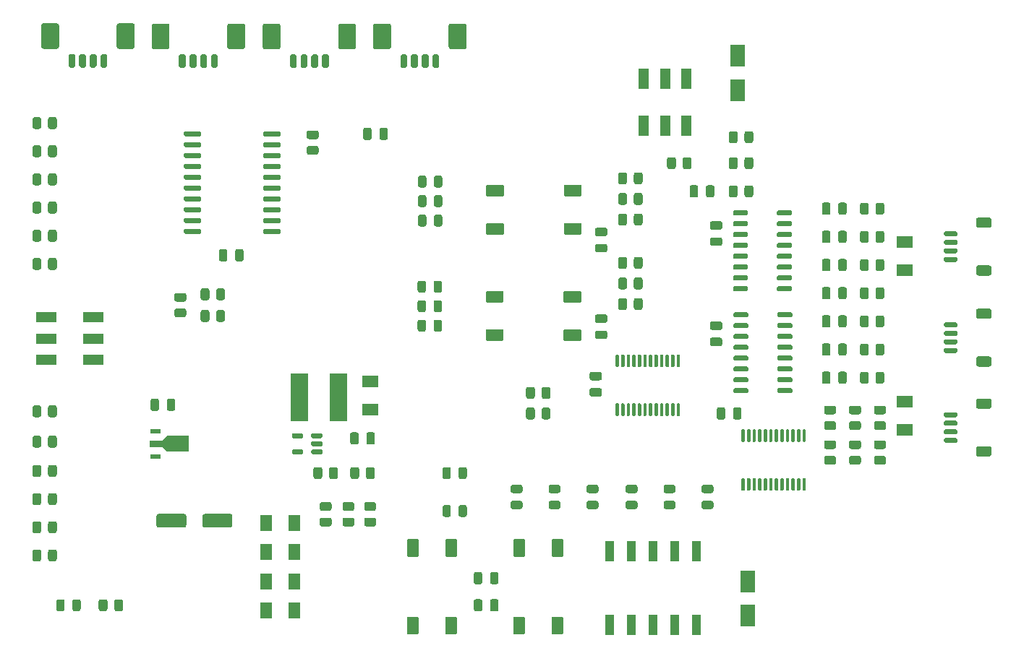
<source format=gtp>
G04 #@! TF.GenerationSoftware,KiCad,Pcbnew,6.0.10-86aedd382b~118~ubuntu18.04.1*
G04 #@! TF.CreationDate,2024-12-06T10:37:32-07:00*
G04 #@! TF.ProjectId,mss-cascade-adv,6d73732d-6361-4736-9361-64652d616476,rev?*
G04 #@! TF.SameCoordinates,Original*
G04 #@! TF.FileFunction,Paste,Top*
G04 #@! TF.FilePolarity,Positive*
%FSLAX46Y46*%
G04 Gerber Fmt 4.6, Leading zero omitted, Abs format (unit mm)*
G04 Created by KiCad (PCBNEW 6.0.10-86aedd382b~118~ubuntu18.04.1) date 2024-12-06 10:37:32*
%MOMM*%
%LPD*%
G01*
G04 APERTURE LIST*
%ADD10R,1.400000X1.900000*%
%ADD11R,1.193800X2.489200*%
%ADD12R,2.489200X1.193800*%
%ADD13R,1.800000X2.500000*%
%ADD14R,1.900000X1.400000*%
%ADD15R,1.300000X0.550000*%
%ADD16R,2.108200X5.562600*%
%ADD17R,1.120000X2.440000*%
G04 APERTURE END LIST*
G36*
G01*
X104935000Y-157554000D02*
X105885000Y-157554000D01*
G75*
G02*
X106135000Y-157804000I0J-250000D01*
G01*
X106135000Y-158304000D01*
G75*
G02*
X105885000Y-158554000I-250000J0D01*
G01*
X104935000Y-158554000D01*
G75*
G02*
X104685000Y-158304000I0J250000D01*
G01*
X104685000Y-157804000D01*
G75*
G02*
X104935000Y-157554000I250000J0D01*
G01*
G37*
G36*
G01*
X104935000Y-159454000D02*
X105885000Y-159454000D01*
G75*
G02*
X106135000Y-159704000I0J-250000D01*
G01*
X106135000Y-160204000D01*
G75*
G02*
X105885000Y-160454000I-250000J0D01*
G01*
X104935000Y-160454000D01*
G75*
G02*
X104685000Y-160204000I0J250000D01*
G01*
X104685000Y-159704000D01*
G75*
G02*
X104935000Y-159454000I250000J0D01*
G01*
G37*
G36*
G01*
X47216000Y-185362000D02*
X47216000Y-184462000D01*
G75*
G02*
X47466000Y-184212000I250000J0D01*
G01*
X47991000Y-184212000D01*
G75*
G02*
X48241000Y-184462000I0J-250000D01*
G01*
X48241000Y-185362000D01*
G75*
G02*
X47991000Y-185612000I-250000J0D01*
G01*
X47466000Y-185612000D01*
G75*
G02*
X47216000Y-185362000I0J250000D01*
G01*
G37*
G36*
G01*
X49041000Y-185362000D02*
X49041000Y-184462000D01*
G75*
G02*
X49291000Y-184212000I250000J0D01*
G01*
X49816000Y-184212000D01*
G75*
G02*
X50066000Y-184462000I0J-250000D01*
G01*
X50066000Y-185362000D01*
G75*
G02*
X49816000Y-185612000I-250000J0D01*
G01*
X49291000Y-185612000D01*
G75*
G02*
X49041000Y-185362000I0J250000D01*
G01*
G37*
D10*
X70103000Y-175260000D03*
X66803000Y-175260000D03*
G36*
G01*
X94033000Y-184437000D02*
X94033000Y-185387000D01*
G75*
G02*
X93783000Y-185637000I-250000J0D01*
G01*
X93283000Y-185637000D01*
G75*
G02*
X93033000Y-185387000I0J250000D01*
G01*
X93033000Y-184437000D01*
G75*
G02*
X93283000Y-184187000I250000J0D01*
G01*
X93783000Y-184187000D01*
G75*
G02*
X94033000Y-184437000I0J-250000D01*
G01*
G37*
G36*
G01*
X92133000Y-184437000D02*
X92133000Y-185387000D01*
G75*
G02*
X91883000Y-185637000I-250000J0D01*
G01*
X91383000Y-185637000D01*
G75*
G02*
X91133000Y-185387000I0J250000D01*
G01*
X91133000Y-184437000D01*
G75*
G02*
X91383000Y-184187000I250000J0D01*
G01*
X91883000Y-184187000D01*
G75*
G02*
X92133000Y-184437000I0J-250000D01*
G01*
G37*
G36*
G01*
X138234000Y-165580000D02*
X139134000Y-165580000D01*
G75*
G02*
X139384000Y-165830000I0J-250000D01*
G01*
X139384000Y-166355000D01*
G75*
G02*
X139134000Y-166605000I-250000J0D01*
G01*
X138234000Y-166605000D01*
G75*
G02*
X137984000Y-166355000I0J250000D01*
G01*
X137984000Y-165830000D01*
G75*
G02*
X138234000Y-165580000I250000J0D01*
G01*
G37*
G36*
G01*
X138234000Y-167405000D02*
X139134000Y-167405000D01*
G75*
G02*
X139384000Y-167655000I0J-250000D01*
G01*
X139384000Y-168180000D01*
G75*
G02*
X139134000Y-168430000I-250000J0D01*
G01*
X138234000Y-168430000D01*
G75*
G02*
X137984000Y-168180000I0J250000D01*
G01*
X137984000Y-167655000D01*
G75*
G02*
X138234000Y-167405000I250000J0D01*
G01*
G37*
G36*
G01*
X42319000Y-168714000D02*
X42319000Y-169614000D01*
G75*
G02*
X42069000Y-169864000I-250000J0D01*
G01*
X41544000Y-169864000D01*
G75*
G02*
X41294000Y-169614000I0J250000D01*
G01*
X41294000Y-168714000D01*
G75*
G02*
X41544000Y-168464000I250000J0D01*
G01*
X42069000Y-168464000D01*
G75*
G02*
X42319000Y-168714000I0J-250000D01*
G01*
G37*
G36*
G01*
X40494000Y-168714000D02*
X40494000Y-169614000D01*
G75*
G02*
X40244000Y-169864000I-250000J0D01*
G01*
X39719000Y-169864000D01*
G75*
G02*
X39469000Y-169614000I0J250000D01*
G01*
X39469000Y-168714000D01*
G75*
G02*
X39719000Y-168464000I250000J0D01*
G01*
X40244000Y-168464000D01*
G75*
G02*
X40494000Y-168714000I0J-250000D01*
G01*
G37*
G36*
G01*
X42319000Y-144457000D02*
X42319000Y-145357000D01*
G75*
G02*
X42069000Y-145607000I-250000J0D01*
G01*
X41544000Y-145607000D01*
G75*
G02*
X41294000Y-145357000I0J250000D01*
G01*
X41294000Y-144457000D01*
G75*
G02*
X41544000Y-144207000I250000J0D01*
G01*
X42069000Y-144207000D01*
G75*
G02*
X42319000Y-144457000I0J-250000D01*
G01*
G37*
G36*
G01*
X40494000Y-144457000D02*
X40494000Y-145357000D01*
G75*
G02*
X40244000Y-145607000I-250000J0D01*
G01*
X39719000Y-145607000D01*
G75*
G02*
X39469000Y-145357000I0J250000D01*
G01*
X39469000Y-144457000D01*
G75*
G02*
X39719000Y-144207000I250000J0D01*
G01*
X40244000Y-144207000D01*
G75*
G02*
X40494000Y-144457000I0J-250000D01*
G01*
G37*
G36*
G01*
X147596000Y-165884000D02*
X146346000Y-165884000D01*
G75*
G02*
X146196000Y-165734000I0J150000D01*
G01*
X146196000Y-165434000D01*
G75*
G02*
X146346000Y-165284000I150000J0D01*
G01*
X147596000Y-165284000D01*
G75*
G02*
X147746000Y-165434000I0J-150000D01*
G01*
X147746000Y-165734000D01*
G75*
G02*
X147596000Y-165884000I-150000J0D01*
G01*
G37*
G36*
G01*
X147596000Y-164884000D02*
X146346000Y-164884000D01*
G75*
G02*
X146196000Y-164734000I0J150000D01*
G01*
X146196000Y-164434000D01*
G75*
G02*
X146346000Y-164284000I150000J0D01*
G01*
X147596000Y-164284000D01*
G75*
G02*
X147746000Y-164434000I0J-150000D01*
G01*
X147746000Y-164734000D01*
G75*
G02*
X147596000Y-164884000I-150000J0D01*
G01*
G37*
G36*
G01*
X147596000Y-163884000D02*
X146346000Y-163884000D01*
G75*
G02*
X146196000Y-163734000I0J150000D01*
G01*
X146196000Y-163434000D01*
G75*
G02*
X146346000Y-163284000I150000J0D01*
G01*
X147596000Y-163284000D01*
G75*
G02*
X147746000Y-163434000I0J-150000D01*
G01*
X147746000Y-163734000D01*
G75*
G02*
X147596000Y-163884000I-150000J0D01*
G01*
G37*
G36*
G01*
X147596000Y-162884000D02*
X146346000Y-162884000D01*
G75*
G02*
X146196000Y-162734000I0J150000D01*
G01*
X146196000Y-162434000D01*
G75*
G02*
X146346000Y-162284000I150000J0D01*
G01*
X147596000Y-162284000D01*
G75*
G02*
X147746000Y-162434000I0J-150000D01*
G01*
X147746000Y-162734000D01*
G75*
G02*
X147596000Y-162884000I-150000J0D01*
G01*
G37*
G36*
G01*
X151496000Y-161884000D02*
X150196000Y-161884000D01*
G75*
G02*
X149946000Y-161634000I0J250000D01*
G01*
X149946000Y-160934000D01*
G75*
G02*
X150196000Y-160684000I250000J0D01*
G01*
X151496000Y-160684000D01*
G75*
G02*
X151746000Y-160934000I0J-250000D01*
G01*
X151746000Y-161634000D01*
G75*
G02*
X151496000Y-161884000I-250000J0D01*
G01*
G37*
G36*
G01*
X151496000Y-167484000D02*
X150196000Y-167484000D01*
G75*
G02*
X149946000Y-167234000I0J250000D01*
G01*
X149946000Y-166534000D01*
G75*
G02*
X150196000Y-166284000I250000J0D01*
G01*
X151496000Y-166284000D01*
G75*
G02*
X151746000Y-166534000I0J-250000D01*
G01*
X151746000Y-167234000D01*
G75*
G02*
X151496000Y-167484000I-250000J0D01*
G01*
G37*
G36*
G01*
X84602500Y-137997250D02*
X84602500Y-137084750D01*
G75*
G02*
X84846250Y-136841000I243750J0D01*
G01*
X85333750Y-136841000D01*
G75*
G02*
X85577500Y-137084750I0J-243750D01*
G01*
X85577500Y-137997250D01*
G75*
G02*
X85333750Y-138241000I-243750J0D01*
G01*
X84846250Y-138241000D01*
G75*
G02*
X84602500Y-137997250I0J243750D01*
G01*
G37*
G36*
G01*
X86477500Y-137997250D02*
X86477500Y-137084750D01*
G75*
G02*
X86721250Y-136841000I243750J0D01*
G01*
X87208750Y-136841000D01*
G75*
G02*
X87452500Y-137084750I0J-243750D01*
G01*
X87452500Y-137997250D01*
G75*
G02*
X87208750Y-138241000I-243750J0D01*
G01*
X86721250Y-138241000D01*
G75*
G02*
X86477500Y-137997250I0J243750D01*
G01*
G37*
G36*
G01*
X121518000Y-151026000D02*
X121518000Y-150726000D01*
G75*
G02*
X121668000Y-150576000I150000J0D01*
G01*
X123118000Y-150576000D01*
G75*
G02*
X123268000Y-150726000I0J-150000D01*
G01*
X123268000Y-151026000D01*
G75*
G02*
X123118000Y-151176000I-150000J0D01*
G01*
X121668000Y-151176000D01*
G75*
G02*
X121518000Y-151026000I0J150000D01*
G01*
G37*
G36*
G01*
X121518000Y-152296000D02*
X121518000Y-151996000D01*
G75*
G02*
X121668000Y-151846000I150000J0D01*
G01*
X123118000Y-151846000D01*
G75*
G02*
X123268000Y-151996000I0J-150000D01*
G01*
X123268000Y-152296000D01*
G75*
G02*
X123118000Y-152446000I-150000J0D01*
G01*
X121668000Y-152446000D01*
G75*
G02*
X121518000Y-152296000I0J150000D01*
G01*
G37*
G36*
G01*
X121518000Y-153566000D02*
X121518000Y-153266000D01*
G75*
G02*
X121668000Y-153116000I150000J0D01*
G01*
X123118000Y-153116000D01*
G75*
G02*
X123268000Y-153266000I0J-150000D01*
G01*
X123268000Y-153566000D01*
G75*
G02*
X123118000Y-153716000I-150000J0D01*
G01*
X121668000Y-153716000D01*
G75*
G02*
X121518000Y-153566000I0J150000D01*
G01*
G37*
G36*
G01*
X121518000Y-154836000D02*
X121518000Y-154536000D01*
G75*
G02*
X121668000Y-154386000I150000J0D01*
G01*
X123118000Y-154386000D01*
G75*
G02*
X123268000Y-154536000I0J-150000D01*
G01*
X123268000Y-154836000D01*
G75*
G02*
X123118000Y-154986000I-150000J0D01*
G01*
X121668000Y-154986000D01*
G75*
G02*
X121518000Y-154836000I0J150000D01*
G01*
G37*
G36*
G01*
X121518000Y-156106000D02*
X121518000Y-155806000D01*
G75*
G02*
X121668000Y-155656000I150000J0D01*
G01*
X123118000Y-155656000D01*
G75*
G02*
X123268000Y-155806000I0J-150000D01*
G01*
X123268000Y-156106000D01*
G75*
G02*
X123118000Y-156256000I-150000J0D01*
G01*
X121668000Y-156256000D01*
G75*
G02*
X121518000Y-156106000I0J150000D01*
G01*
G37*
G36*
G01*
X121518000Y-157376000D02*
X121518000Y-157076000D01*
G75*
G02*
X121668000Y-156926000I150000J0D01*
G01*
X123118000Y-156926000D01*
G75*
G02*
X123268000Y-157076000I0J-150000D01*
G01*
X123268000Y-157376000D01*
G75*
G02*
X123118000Y-157526000I-150000J0D01*
G01*
X121668000Y-157526000D01*
G75*
G02*
X121518000Y-157376000I0J150000D01*
G01*
G37*
G36*
G01*
X121518000Y-158646000D02*
X121518000Y-158346000D01*
G75*
G02*
X121668000Y-158196000I150000J0D01*
G01*
X123118000Y-158196000D01*
G75*
G02*
X123268000Y-158346000I0J-150000D01*
G01*
X123268000Y-158646000D01*
G75*
G02*
X123118000Y-158796000I-150000J0D01*
G01*
X121668000Y-158796000D01*
G75*
G02*
X121518000Y-158646000I0J150000D01*
G01*
G37*
G36*
G01*
X121518000Y-159916000D02*
X121518000Y-159616000D01*
G75*
G02*
X121668000Y-159466000I150000J0D01*
G01*
X123118000Y-159466000D01*
G75*
G02*
X123268000Y-159616000I0J-150000D01*
G01*
X123268000Y-159916000D01*
G75*
G02*
X123118000Y-160066000I-150000J0D01*
G01*
X121668000Y-160066000D01*
G75*
G02*
X121518000Y-159916000I0J150000D01*
G01*
G37*
G36*
G01*
X126668000Y-159916000D02*
X126668000Y-159616000D01*
G75*
G02*
X126818000Y-159466000I150000J0D01*
G01*
X128268000Y-159466000D01*
G75*
G02*
X128418000Y-159616000I0J-150000D01*
G01*
X128418000Y-159916000D01*
G75*
G02*
X128268000Y-160066000I-150000J0D01*
G01*
X126818000Y-160066000D01*
G75*
G02*
X126668000Y-159916000I0J150000D01*
G01*
G37*
G36*
G01*
X126668000Y-158646000D02*
X126668000Y-158346000D01*
G75*
G02*
X126818000Y-158196000I150000J0D01*
G01*
X128268000Y-158196000D01*
G75*
G02*
X128418000Y-158346000I0J-150000D01*
G01*
X128418000Y-158646000D01*
G75*
G02*
X128268000Y-158796000I-150000J0D01*
G01*
X126818000Y-158796000D01*
G75*
G02*
X126668000Y-158646000I0J150000D01*
G01*
G37*
G36*
G01*
X126668000Y-157376000D02*
X126668000Y-157076000D01*
G75*
G02*
X126818000Y-156926000I150000J0D01*
G01*
X128268000Y-156926000D01*
G75*
G02*
X128418000Y-157076000I0J-150000D01*
G01*
X128418000Y-157376000D01*
G75*
G02*
X128268000Y-157526000I-150000J0D01*
G01*
X126818000Y-157526000D01*
G75*
G02*
X126668000Y-157376000I0J150000D01*
G01*
G37*
G36*
G01*
X126668000Y-156106000D02*
X126668000Y-155806000D01*
G75*
G02*
X126818000Y-155656000I150000J0D01*
G01*
X128268000Y-155656000D01*
G75*
G02*
X128418000Y-155806000I0J-150000D01*
G01*
X128418000Y-156106000D01*
G75*
G02*
X128268000Y-156256000I-150000J0D01*
G01*
X126818000Y-156256000D01*
G75*
G02*
X126668000Y-156106000I0J150000D01*
G01*
G37*
G36*
G01*
X126668000Y-154836000D02*
X126668000Y-154536000D01*
G75*
G02*
X126818000Y-154386000I150000J0D01*
G01*
X128268000Y-154386000D01*
G75*
G02*
X128418000Y-154536000I0J-150000D01*
G01*
X128418000Y-154836000D01*
G75*
G02*
X128268000Y-154986000I-150000J0D01*
G01*
X126818000Y-154986000D01*
G75*
G02*
X126668000Y-154836000I0J150000D01*
G01*
G37*
G36*
G01*
X126668000Y-153566000D02*
X126668000Y-153266000D01*
G75*
G02*
X126818000Y-153116000I150000J0D01*
G01*
X128268000Y-153116000D01*
G75*
G02*
X128418000Y-153266000I0J-150000D01*
G01*
X128418000Y-153566000D01*
G75*
G02*
X128268000Y-153716000I-150000J0D01*
G01*
X126818000Y-153716000D01*
G75*
G02*
X126668000Y-153566000I0J150000D01*
G01*
G37*
G36*
G01*
X126668000Y-152296000D02*
X126668000Y-151996000D01*
G75*
G02*
X126818000Y-151846000I150000J0D01*
G01*
X128268000Y-151846000D01*
G75*
G02*
X128418000Y-151996000I0J-150000D01*
G01*
X128418000Y-152296000D01*
G75*
G02*
X128268000Y-152446000I-150000J0D01*
G01*
X126818000Y-152446000D01*
G75*
G02*
X126668000Y-152296000I0J150000D01*
G01*
G37*
G36*
G01*
X126668000Y-151026000D02*
X126668000Y-150726000D01*
G75*
G02*
X126818000Y-150576000I150000J0D01*
G01*
X128268000Y-150576000D01*
G75*
G02*
X128418000Y-150726000I0J-150000D01*
G01*
X128418000Y-151026000D01*
G75*
G02*
X128268000Y-151176000I-150000J0D01*
G01*
X126818000Y-151176000D01*
G75*
G02*
X126668000Y-151026000I0J150000D01*
G01*
G37*
G36*
G01*
X139196500Y-141282000D02*
X139196500Y-142182000D01*
G75*
G02*
X138946500Y-142432000I-250000J0D01*
G01*
X138421500Y-142432000D01*
G75*
G02*
X138171500Y-142182000I0J250000D01*
G01*
X138171500Y-141282000D01*
G75*
G02*
X138421500Y-141032000I250000J0D01*
G01*
X138946500Y-141032000D01*
G75*
G02*
X139196500Y-141282000I0J-250000D01*
G01*
G37*
G36*
G01*
X137371500Y-141282000D02*
X137371500Y-142182000D01*
G75*
G02*
X137121500Y-142432000I-250000J0D01*
G01*
X136596500Y-142432000D01*
G75*
G02*
X136346500Y-142182000I0J250000D01*
G01*
X136346500Y-141282000D01*
G75*
G02*
X136596500Y-141032000I250000J0D01*
G01*
X137121500Y-141032000D01*
G75*
G02*
X137371500Y-141282000I0J-250000D01*
G01*
G37*
G36*
G01*
X73428000Y-166789000D02*
X73428000Y-167089000D01*
G75*
G02*
X73278000Y-167239000I-150000J0D01*
G01*
X72253000Y-167239000D01*
G75*
G02*
X72103000Y-167089000I0J150000D01*
G01*
X72103000Y-166789000D01*
G75*
G02*
X72253000Y-166639000I150000J0D01*
G01*
X73278000Y-166639000D01*
G75*
G02*
X73428000Y-166789000I0J-150000D01*
G01*
G37*
G36*
G01*
X73428000Y-165839000D02*
X73428000Y-166139000D01*
G75*
G02*
X73278000Y-166289000I-150000J0D01*
G01*
X72253000Y-166289000D01*
G75*
G02*
X72103000Y-166139000I0J150000D01*
G01*
X72103000Y-165839000D01*
G75*
G02*
X72253000Y-165689000I150000J0D01*
G01*
X73278000Y-165689000D01*
G75*
G02*
X73428000Y-165839000I0J-150000D01*
G01*
G37*
G36*
G01*
X73428000Y-164889000D02*
X73428000Y-165189000D01*
G75*
G02*
X73278000Y-165339000I-150000J0D01*
G01*
X72253000Y-165339000D01*
G75*
G02*
X72103000Y-165189000I0J150000D01*
G01*
X72103000Y-164889000D01*
G75*
G02*
X72253000Y-164739000I150000J0D01*
G01*
X73278000Y-164739000D01*
G75*
G02*
X73428000Y-164889000I0J-150000D01*
G01*
G37*
G36*
G01*
X71153000Y-164889000D02*
X71153000Y-165189000D01*
G75*
G02*
X71003000Y-165339000I-150000J0D01*
G01*
X69978000Y-165339000D01*
G75*
G02*
X69828000Y-165189000I0J150000D01*
G01*
X69828000Y-164889000D01*
G75*
G02*
X69978000Y-164739000I150000J0D01*
G01*
X71003000Y-164739000D01*
G75*
G02*
X71153000Y-164889000I0J-150000D01*
G01*
G37*
G36*
G01*
X71153000Y-166789000D02*
X71153000Y-167089000D01*
G75*
G02*
X71003000Y-167239000I-150000J0D01*
G01*
X69978000Y-167239000D01*
G75*
G02*
X69828000Y-167089000I0J150000D01*
G01*
X69828000Y-166789000D01*
G75*
G02*
X69978000Y-166639000I150000J0D01*
G01*
X71003000Y-166639000D01*
G75*
G02*
X71153000Y-166789000I0J-150000D01*
G01*
G37*
G36*
G01*
X121003000Y-133546000D02*
X121003000Y-132646000D01*
G75*
G02*
X121253000Y-132396000I250000J0D01*
G01*
X121778000Y-132396000D01*
G75*
G02*
X122028000Y-132646000I0J-250000D01*
G01*
X122028000Y-133546000D01*
G75*
G02*
X121778000Y-133796000I-250000J0D01*
G01*
X121253000Y-133796000D01*
G75*
G02*
X121003000Y-133546000I0J250000D01*
G01*
G37*
G36*
G01*
X122828000Y-133546000D02*
X122828000Y-132646000D01*
G75*
G02*
X123078000Y-132396000I250000J0D01*
G01*
X123603000Y-132396000D01*
G75*
G02*
X123853000Y-132646000I0J-250000D01*
G01*
X123853000Y-133546000D01*
G75*
G02*
X123603000Y-133796000I-250000J0D01*
G01*
X123078000Y-133796000D01*
G75*
G02*
X122828000Y-133546000I0J250000D01*
G01*
G37*
G36*
G01*
X95887000Y-186253000D02*
X96991000Y-186253000D01*
G75*
G02*
X97129000Y-186391000I0J-138000D01*
G01*
X97129000Y-188215000D01*
G75*
G02*
X96991000Y-188353000I-138000J0D01*
G01*
X95887000Y-188353000D01*
G75*
G02*
X95749000Y-188215000I0J138000D01*
G01*
X95749000Y-186391000D01*
G75*
G02*
X95887000Y-186253000I138000J0D01*
G01*
G37*
G36*
G01*
X95887000Y-177153000D02*
X96991000Y-177153000D01*
G75*
G02*
X97129000Y-177291000I0J-138000D01*
G01*
X97129000Y-179115000D01*
G75*
G02*
X96991000Y-179253000I-138000J0D01*
G01*
X95887000Y-179253000D01*
G75*
G02*
X95749000Y-179115000I0J138000D01*
G01*
X95749000Y-177291000D01*
G75*
G02*
X95887000Y-177153000I138000J0D01*
G01*
G37*
G36*
G01*
X100367000Y-186253000D02*
X101471000Y-186253000D01*
G75*
G02*
X101609000Y-186391000I0J-138000D01*
G01*
X101609000Y-188215000D01*
G75*
G02*
X101471000Y-188353000I-138000J0D01*
G01*
X100367000Y-188353000D01*
G75*
G02*
X100229000Y-188215000I0J138000D01*
G01*
X100229000Y-186391000D01*
G75*
G02*
X100367000Y-186253000I138000J0D01*
G01*
G37*
G36*
G01*
X100367000Y-177153000D02*
X101471000Y-177153000D01*
G75*
G02*
X101609000Y-177291000I0J-138000D01*
G01*
X101609000Y-179115000D01*
G75*
G02*
X101471000Y-179253000I-138000J0D01*
G01*
X100367000Y-179253000D01*
G75*
G02*
X100229000Y-179115000I0J138000D01*
G01*
X100229000Y-177291000D01*
G75*
G02*
X100367000Y-177153000I138000J0D01*
G01*
G37*
G36*
G01*
X84554000Y-150316250D02*
X84554000Y-149403750D01*
G75*
G02*
X84797750Y-149160000I243750J0D01*
G01*
X85285250Y-149160000D01*
G75*
G02*
X85529000Y-149403750I0J-243750D01*
G01*
X85529000Y-150316250D01*
G75*
G02*
X85285250Y-150560000I-243750J0D01*
G01*
X84797750Y-150560000D01*
G75*
G02*
X84554000Y-150316250I0J243750D01*
G01*
G37*
G36*
G01*
X86429000Y-150316250D02*
X86429000Y-149403750D01*
G75*
G02*
X86672750Y-149160000I243750J0D01*
G01*
X87160250Y-149160000D01*
G75*
G02*
X87404000Y-149403750I0J-243750D01*
G01*
X87404000Y-150316250D01*
G75*
G02*
X87160250Y-150560000I-243750J0D01*
G01*
X86672750Y-150560000D01*
G75*
G02*
X86429000Y-150316250I0J243750D01*
G01*
G37*
G36*
G01*
X134800000Y-154465000D02*
X134800000Y-155415000D01*
G75*
G02*
X134550000Y-155665000I-250000J0D01*
G01*
X134050000Y-155665000D01*
G75*
G02*
X133800000Y-155415000I0J250000D01*
G01*
X133800000Y-154465000D01*
G75*
G02*
X134050000Y-154215000I250000J0D01*
G01*
X134550000Y-154215000D01*
G75*
G02*
X134800000Y-154465000I0J-250000D01*
G01*
G37*
G36*
G01*
X132900000Y-154465000D02*
X132900000Y-155415000D01*
G75*
G02*
X132650000Y-155665000I-250000J0D01*
G01*
X132150000Y-155665000D01*
G75*
G02*
X131900000Y-155415000I0J250000D01*
G01*
X131900000Y-154465000D01*
G75*
G02*
X132150000Y-154215000I250000J0D01*
G01*
X132650000Y-154215000D01*
G75*
G02*
X132900000Y-154465000I0J-250000D01*
G01*
G37*
G36*
G01*
X61163000Y-120537000D02*
X61163000Y-121737000D01*
G75*
G02*
X60963000Y-121937000I-200000J0D01*
G01*
X60563000Y-121937000D01*
G75*
G02*
X60363000Y-121737000I0J200000D01*
G01*
X60363000Y-120537000D01*
G75*
G02*
X60563000Y-120337000I200000J0D01*
G01*
X60963000Y-120337000D01*
G75*
G02*
X61163000Y-120537000I0J-200000D01*
G01*
G37*
G36*
G01*
X59913000Y-120537000D02*
X59913000Y-121737000D01*
G75*
G02*
X59713000Y-121937000I-200000J0D01*
G01*
X59313000Y-121937000D01*
G75*
G02*
X59113000Y-121737000I0J200000D01*
G01*
X59113000Y-120537000D01*
G75*
G02*
X59313000Y-120337000I200000J0D01*
G01*
X59713000Y-120337000D01*
G75*
G02*
X59913000Y-120537000I0J-200000D01*
G01*
G37*
G36*
G01*
X58663000Y-120537000D02*
X58663000Y-121737000D01*
G75*
G02*
X58463000Y-121937000I-200000J0D01*
G01*
X58063000Y-121937000D01*
G75*
G02*
X57863000Y-121737000I0J200000D01*
G01*
X57863000Y-120537000D01*
G75*
G02*
X58063000Y-120337000I200000J0D01*
G01*
X58463000Y-120337000D01*
G75*
G02*
X58663000Y-120537000I0J-200000D01*
G01*
G37*
G36*
G01*
X57413000Y-120537000D02*
X57413000Y-121737000D01*
G75*
G02*
X57213000Y-121937000I-200000J0D01*
G01*
X56813000Y-121937000D01*
G75*
G02*
X56613000Y-121737000I0J200000D01*
G01*
X56613000Y-120537000D01*
G75*
G02*
X56813000Y-120337000I200000J0D01*
G01*
X57213000Y-120337000D01*
G75*
G02*
X57413000Y-120537000I0J-200000D01*
G01*
G37*
G36*
G01*
X55513000Y-116987001D02*
X55513000Y-119486999D01*
G75*
G02*
X55262999Y-119737000I-250001J0D01*
G01*
X53663001Y-119737000D01*
G75*
G02*
X53413000Y-119486999I0J250001D01*
G01*
X53413000Y-116987001D01*
G75*
G02*
X53663001Y-116737000I250001J0D01*
G01*
X55262999Y-116737000D01*
G75*
G02*
X55513000Y-116987001I0J-250001D01*
G01*
G37*
G36*
G01*
X64363000Y-116987001D02*
X64363000Y-119486999D01*
G75*
G02*
X64112999Y-119737000I-250001J0D01*
G01*
X62513001Y-119737000D01*
G75*
G02*
X62263000Y-119486999I0J250001D01*
G01*
X62263000Y-116987001D01*
G75*
G02*
X62513001Y-116737000I250001J0D01*
G01*
X64112999Y-116737000D01*
G75*
G02*
X64363000Y-116987001I0J-250001D01*
G01*
G37*
G36*
G01*
X96595250Y-173637000D02*
X95682750Y-173637000D01*
G75*
G02*
X95439000Y-173393250I0J243750D01*
G01*
X95439000Y-172905750D01*
G75*
G02*
X95682750Y-172662000I243750J0D01*
G01*
X96595250Y-172662000D01*
G75*
G02*
X96839000Y-172905750I0J-243750D01*
G01*
X96839000Y-173393250D01*
G75*
G02*
X96595250Y-173637000I-243750J0D01*
G01*
G37*
G36*
G01*
X96595250Y-171762000D02*
X95682750Y-171762000D01*
G75*
G02*
X95439000Y-171518250I0J243750D01*
G01*
X95439000Y-171030750D01*
G75*
G02*
X95682750Y-170787000I243750J0D01*
G01*
X96595250Y-170787000D01*
G75*
G02*
X96839000Y-171030750I0J-243750D01*
G01*
X96839000Y-171518250D01*
G75*
G02*
X96595250Y-171762000I-243750J0D01*
G01*
G37*
G36*
G01*
X139134000Y-164366000D02*
X138234000Y-164366000D01*
G75*
G02*
X137984000Y-164116000I0J250000D01*
G01*
X137984000Y-163591000D01*
G75*
G02*
X138234000Y-163341000I250000J0D01*
G01*
X139134000Y-163341000D01*
G75*
G02*
X139384000Y-163591000I0J-250000D01*
G01*
X139384000Y-164116000D01*
G75*
G02*
X139134000Y-164366000I-250000J0D01*
G01*
G37*
G36*
G01*
X139134000Y-162541000D02*
X138234000Y-162541000D01*
G75*
G02*
X137984000Y-162291000I0J250000D01*
G01*
X137984000Y-161766000D01*
G75*
G02*
X138234000Y-161516000I250000J0D01*
G01*
X139134000Y-161516000D01*
G75*
G02*
X139384000Y-161766000I0J-250000D01*
G01*
X139384000Y-162291000D01*
G75*
G02*
X139134000Y-162541000I-250000J0D01*
G01*
G37*
G36*
G01*
X84602500Y-135711250D02*
X84602500Y-134798750D01*
G75*
G02*
X84846250Y-134555000I243750J0D01*
G01*
X85333750Y-134555000D01*
G75*
G02*
X85577500Y-134798750I0J-243750D01*
G01*
X85577500Y-135711250D01*
G75*
G02*
X85333750Y-135955000I-243750J0D01*
G01*
X84846250Y-135955000D01*
G75*
G02*
X84602500Y-135711250I0J243750D01*
G01*
G37*
G36*
G01*
X86477500Y-135711250D02*
X86477500Y-134798750D01*
G75*
G02*
X86721250Y-134555000I243750J0D01*
G01*
X87208750Y-134555000D01*
G75*
G02*
X87452500Y-134798750I0J-243750D01*
G01*
X87452500Y-135711250D01*
G75*
G02*
X87208750Y-135955000I-243750J0D01*
G01*
X86721250Y-135955000D01*
G75*
G02*
X86477500Y-135711250I0J243750D01*
G01*
G37*
G36*
G01*
X134800000Y-137955000D02*
X134800000Y-138905000D01*
G75*
G02*
X134550000Y-139155000I-250000J0D01*
G01*
X134050000Y-139155000D01*
G75*
G02*
X133800000Y-138905000I0J250000D01*
G01*
X133800000Y-137955000D01*
G75*
G02*
X134050000Y-137705000I250000J0D01*
G01*
X134550000Y-137705000D01*
G75*
G02*
X134800000Y-137955000I0J-250000D01*
G01*
G37*
G36*
G01*
X132900000Y-137955000D02*
X132900000Y-138905000D01*
G75*
G02*
X132650000Y-139155000I-250000J0D01*
G01*
X132150000Y-139155000D01*
G75*
G02*
X131900000Y-138905000I0J250000D01*
G01*
X131900000Y-137955000D01*
G75*
G02*
X132150000Y-137705000I250000J0D01*
G01*
X132650000Y-137705000D01*
G75*
G02*
X132900000Y-137955000I0J-250000D01*
G01*
G37*
G36*
G01*
X42263000Y-185368250D02*
X42263000Y-184455750D01*
G75*
G02*
X42506750Y-184212000I243750J0D01*
G01*
X42994250Y-184212000D01*
G75*
G02*
X43238000Y-184455750I0J-243750D01*
G01*
X43238000Y-185368250D01*
G75*
G02*
X42994250Y-185612000I-243750J0D01*
G01*
X42506750Y-185612000D01*
G75*
G02*
X42263000Y-185368250I0J243750D01*
G01*
G37*
G36*
G01*
X44138000Y-185368250D02*
X44138000Y-184455750D01*
G75*
G02*
X44381750Y-184212000I243750J0D01*
G01*
X44869250Y-184212000D01*
G75*
G02*
X45113000Y-184455750I0J-243750D01*
G01*
X45113000Y-185368250D01*
G75*
G02*
X44869250Y-185612000I-243750J0D01*
G01*
X44381750Y-185612000D01*
G75*
G02*
X44138000Y-185368250I0J243750D01*
G01*
G37*
D11*
X116038000Y-123188850D03*
X113538000Y-123188850D03*
X111038000Y-123188850D03*
X116038000Y-128700650D03*
X113538000Y-128700650D03*
X111038000Y-128700650D03*
G36*
G01*
X139196500Y-137980000D02*
X139196500Y-138880000D01*
G75*
G02*
X138946500Y-139130000I-250000J0D01*
G01*
X138421500Y-139130000D01*
G75*
G02*
X138171500Y-138880000I0J250000D01*
G01*
X138171500Y-137980000D01*
G75*
G02*
X138421500Y-137730000I250000J0D01*
G01*
X138946500Y-137730000D01*
G75*
G02*
X139196500Y-137980000I0J-250000D01*
G01*
G37*
G36*
G01*
X137371500Y-137980000D02*
X137371500Y-138880000D01*
G75*
G02*
X137121500Y-139130000I-250000J0D01*
G01*
X136596500Y-139130000D01*
G75*
G02*
X136346500Y-138880000I0J250000D01*
G01*
X136346500Y-137980000D01*
G75*
G02*
X136596500Y-137730000I250000J0D01*
G01*
X137121500Y-137730000D01*
G75*
G02*
X137371500Y-137980000I0J-250000D01*
G01*
G37*
G36*
G01*
X42319000Y-137853000D02*
X42319000Y-138753000D01*
G75*
G02*
X42069000Y-139003000I-250000J0D01*
G01*
X41544000Y-139003000D01*
G75*
G02*
X41294000Y-138753000I0J250000D01*
G01*
X41294000Y-137853000D01*
G75*
G02*
X41544000Y-137603000I250000J0D01*
G01*
X42069000Y-137603000D01*
G75*
G02*
X42319000Y-137853000I0J-250000D01*
G01*
G37*
G36*
G01*
X40494000Y-137853000D02*
X40494000Y-138753000D01*
G75*
G02*
X40244000Y-139003000I-250000J0D01*
G01*
X39719000Y-139003000D01*
G75*
G02*
X39469000Y-138753000I0J250000D01*
G01*
X39469000Y-137853000D01*
G75*
G02*
X39719000Y-137603000I250000J0D01*
G01*
X40244000Y-137603000D01*
G75*
G02*
X40494000Y-137853000I0J-250000D01*
G01*
G37*
G36*
G01*
X139196500Y-151188000D02*
X139196500Y-152088000D01*
G75*
G02*
X138946500Y-152338000I-250000J0D01*
G01*
X138421500Y-152338000D01*
G75*
G02*
X138171500Y-152088000I0J250000D01*
G01*
X138171500Y-151188000D01*
G75*
G02*
X138421500Y-150938000I250000J0D01*
G01*
X138946500Y-150938000D01*
G75*
G02*
X139196500Y-151188000I0J-250000D01*
G01*
G37*
G36*
G01*
X137371500Y-151188000D02*
X137371500Y-152088000D01*
G75*
G02*
X137121500Y-152338000I-250000J0D01*
G01*
X136596500Y-152338000D01*
G75*
G02*
X136346500Y-152088000I0J250000D01*
G01*
X136346500Y-151188000D01*
G75*
G02*
X136596500Y-150938000I250000J0D01*
G01*
X137121500Y-150938000D01*
G75*
G02*
X137371500Y-151188000I0J-250000D01*
G01*
G37*
G36*
G01*
X89025000Y-179253000D02*
X87921000Y-179253000D01*
G75*
G02*
X87783000Y-179115000I0J138000D01*
G01*
X87783000Y-177291000D01*
G75*
G02*
X87921000Y-177153000I138000J0D01*
G01*
X89025000Y-177153000D01*
G75*
G02*
X89163000Y-177291000I0J-138000D01*
G01*
X89163000Y-179115000D01*
G75*
G02*
X89025000Y-179253000I-138000J0D01*
G01*
G37*
G36*
G01*
X89025000Y-188353000D02*
X87921000Y-188353000D01*
G75*
G02*
X87783000Y-188215000I0J138000D01*
G01*
X87783000Y-186391000D01*
G75*
G02*
X87921000Y-186253000I138000J0D01*
G01*
X89025000Y-186253000D01*
G75*
G02*
X89163000Y-186391000I0J-138000D01*
G01*
X89163000Y-188215000D01*
G75*
G02*
X89025000Y-188353000I-138000J0D01*
G01*
G37*
G36*
G01*
X84545000Y-179253000D02*
X83441000Y-179253000D01*
G75*
G02*
X83303000Y-179115000I0J138000D01*
G01*
X83303000Y-177291000D01*
G75*
G02*
X83441000Y-177153000I138000J0D01*
G01*
X84545000Y-177153000D01*
G75*
G02*
X84683000Y-177291000I0J-138000D01*
G01*
X84683000Y-179115000D01*
G75*
G02*
X84545000Y-179253000I-138000J0D01*
G01*
G37*
G36*
G01*
X84545000Y-188353000D02*
X83441000Y-188353000D01*
G75*
G02*
X83303000Y-188215000I0J138000D01*
G01*
X83303000Y-186391000D01*
G75*
G02*
X83441000Y-186253000I138000J0D01*
G01*
X84545000Y-186253000D01*
G75*
G02*
X84683000Y-186391000I0J-138000D01*
G01*
X84683000Y-188215000D01*
G75*
G02*
X84545000Y-188353000I-138000J0D01*
G01*
G37*
G36*
G01*
X42319000Y-141155000D02*
X42319000Y-142055000D01*
G75*
G02*
X42069000Y-142305000I-250000J0D01*
G01*
X41544000Y-142305000D01*
G75*
G02*
X41294000Y-142055000I0J250000D01*
G01*
X41294000Y-141155000D01*
G75*
G02*
X41544000Y-140905000I250000J0D01*
G01*
X42069000Y-140905000D01*
G75*
G02*
X42319000Y-141155000I0J-250000D01*
G01*
G37*
G36*
G01*
X40494000Y-141155000D02*
X40494000Y-142055000D01*
G75*
G02*
X40244000Y-142305000I-250000J0D01*
G01*
X39719000Y-142305000D01*
G75*
G02*
X39469000Y-142055000I0J250000D01*
G01*
X39469000Y-141155000D01*
G75*
G02*
X39719000Y-140905000I250000J0D01*
G01*
X40244000Y-140905000D01*
G75*
G02*
X40494000Y-141155000I0J-250000D01*
G01*
G37*
G36*
G01*
X135313000Y-161516000D02*
X136213000Y-161516000D01*
G75*
G02*
X136463000Y-161766000I0J-250000D01*
G01*
X136463000Y-162291000D01*
G75*
G02*
X136213000Y-162541000I-250000J0D01*
G01*
X135313000Y-162541000D01*
G75*
G02*
X135063000Y-162291000I0J250000D01*
G01*
X135063000Y-161766000D01*
G75*
G02*
X135313000Y-161516000I250000J0D01*
G01*
G37*
G36*
G01*
X135313000Y-163341000D02*
X136213000Y-163341000D01*
G75*
G02*
X136463000Y-163591000I0J-250000D01*
G01*
X136463000Y-164116000D01*
G75*
G02*
X136213000Y-164366000I-250000J0D01*
G01*
X135313000Y-164366000D01*
G75*
G02*
X135063000Y-164116000I0J250000D01*
G01*
X135063000Y-163591000D01*
G75*
G02*
X135313000Y-163341000I250000J0D01*
G01*
G37*
G36*
G01*
X42319000Y-172016000D02*
X42319000Y-172916000D01*
G75*
G02*
X42069000Y-173166000I-250000J0D01*
G01*
X41544000Y-173166000D01*
G75*
G02*
X41294000Y-172916000I0J250000D01*
G01*
X41294000Y-172016000D01*
G75*
G02*
X41544000Y-171766000I250000J0D01*
G01*
X42069000Y-171766000D01*
G75*
G02*
X42319000Y-172016000I0J-250000D01*
G01*
G37*
G36*
G01*
X40494000Y-172016000D02*
X40494000Y-172916000D01*
G75*
G02*
X40244000Y-173166000I-250000J0D01*
G01*
X39719000Y-173166000D01*
G75*
G02*
X39469000Y-172916000I0J250000D01*
G01*
X39469000Y-172016000D01*
G75*
G02*
X39719000Y-171766000I250000J0D01*
G01*
X40244000Y-171766000D01*
G75*
G02*
X40494000Y-172016000I0J-250000D01*
G01*
G37*
G36*
G01*
X59154000Y-148913000D02*
X59154000Y-148013000D01*
G75*
G02*
X59404000Y-147763000I250000J0D01*
G01*
X59929000Y-147763000D01*
G75*
G02*
X60179000Y-148013000I0J-250000D01*
G01*
X60179000Y-148913000D01*
G75*
G02*
X59929000Y-149163000I-250000J0D01*
G01*
X59404000Y-149163000D01*
G75*
G02*
X59154000Y-148913000I0J250000D01*
G01*
G37*
G36*
G01*
X60979000Y-148913000D02*
X60979000Y-148013000D01*
G75*
G02*
X61229000Y-147763000I250000J0D01*
G01*
X61754000Y-147763000D01*
G75*
G02*
X62004000Y-148013000I0J-250000D01*
G01*
X62004000Y-148913000D01*
G75*
G02*
X61754000Y-149163000I-250000J0D01*
G01*
X61229000Y-149163000D01*
G75*
G02*
X60979000Y-148913000I0J250000D01*
G01*
G37*
G36*
G01*
X105570000Y-140663000D02*
X106520000Y-140663000D01*
G75*
G02*
X106770000Y-140913000I0J-250000D01*
G01*
X106770000Y-141413000D01*
G75*
G02*
X106520000Y-141663000I-250000J0D01*
G01*
X105570000Y-141663000D01*
G75*
G02*
X105320000Y-141413000I0J250000D01*
G01*
X105320000Y-140913000D01*
G75*
G02*
X105570000Y-140663000I250000J0D01*
G01*
G37*
G36*
G01*
X105570000Y-142563000D02*
X106520000Y-142563000D01*
G75*
G02*
X106770000Y-142813000I0J-250000D01*
G01*
X106770000Y-143313000D01*
G75*
G02*
X106520000Y-143563000I-250000J0D01*
G01*
X105570000Y-143563000D01*
G75*
G02*
X105320000Y-143313000I0J250000D01*
G01*
X105320000Y-142813000D01*
G75*
G02*
X105570000Y-142563000I250000J0D01*
G01*
G37*
G36*
G01*
X42319000Y-134551000D02*
X42319000Y-135451000D01*
G75*
G02*
X42069000Y-135701000I-250000J0D01*
G01*
X41544000Y-135701000D01*
G75*
G02*
X41294000Y-135451000I0J250000D01*
G01*
X41294000Y-134551000D01*
G75*
G02*
X41544000Y-134301000I250000J0D01*
G01*
X42069000Y-134301000D01*
G75*
G02*
X42319000Y-134551000I0J-250000D01*
G01*
G37*
G36*
G01*
X40494000Y-134551000D02*
X40494000Y-135451000D01*
G75*
G02*
X40244000Y-135701000I-250000J0D01*
G01*
X39719000Y-135701000D01*
G75*
G02*
X39469000Y-135451000I0J250000D01*
G01*
X39469000Y-134551000D01*
G75*
G02*
X39719000Y-134301000I250000J0D01*
G01*
X40244000Y-134301000D01*
G75*
G02*
X40494000Y-134551000I0J-250000D01*
G01*
G37*
G36*
G01*
X87475000Y-174319250D02*
X87475000Y-173406750D01*
G75*
G02*
X87718750Y-173163000I243750J0D01*
G01*
X88206250Y-173163000D01*
G75*
G02*
X88450000Y-173406750I0J-243750D01*
G01*
X88450000Y-174319250D01*
G75*
G02*
X88206250Y-174563000I-243750J0D01*
G01*
X87718750Y-174563000D01*
G75*
G02*
X87475000Y-174319250I0J243750D01*
G01*
G37*
G36*
G01*
X89350000Y-174319250D02*
X89350000Y-173406750D01*
G75*
G02*
X89593750Y-173163000I243750J0D01*
G01*
X90081250Y-173163000D01*
G75*
G02*
X90325000Y-173406750I0J-243750D01*
G01*
X90325000Y-174319250D01*
G75*
G02*
X90081250Y-174563000I-243750J0D01*
G01*
X89593750Y-174563000D01*
G75*
G02*
X89350000Y-174319250I0J243750D01*
G01*
G37*
G36*
G01*
X121483000Y-139088000D02*
X121483000Y-138788000D01*
G75*
G02*
X121633000Y-138638000I150000J0D01*
G01*
X123083000Y-138638000D01*
G75*
G02*
X123233000Y-138788000I0J-150000D01*
G01*
X123233000Y-139088000D01*
G75*
G02*
X123083000Y-139238000I-150000J0D01*
G01*
X121633000Y-139238000D01*
G75*
G02*
X121483000Y-139088000I0J150000D01*
G01*
G37*
G36*
G01*
X121483000Y-140358000D02*
X121483000Y-140058000D01*
G75*
G02*
X121633000Y-139908000I150000J0D01*
G01*
X123083000Y-139908000D01*
G75*
G02*
X123233000Y-140058000I0J-150000D01*
G01*
X123233000Y-140358000D01*
G75*
G02*
X123083000Y-140508000I-150000J0D01*
G01*
X121633000Y-140508000D01*
G75*
G02*
X121483000Y-140358000I0J150000D01*
G01*
G37*
G36*
G01*
X121483000Y-141628000D02*
X121483000Y-141328000D01*
G75*
G02*
X121633000Y-141178000I150000J0D01*
G01*
X123083000Y-141178000D01*
G75*
G02*
X123233000Y-141328000I0J-150000D01*
G01*
X123233000Y-141628000D01*
G75*
G02*
X123083000Y-141778000I-150000J0D01*
G01*
X121633000Y-141778000D01*
G75*
G02*
X121483000Y-141628000I0J150000D01*
G01*
G37*
G36*
G01*
X121483000Y-142898000D02*
X121483000Y-142598000D01*
G75*
G02*
X121633000Y-142448000I150000J0D01*
G01*
X123083000Y-142448000D01*
G75*
G02*
X123233000Y-142598000I0J-150000D01*
G01*
X123233000Y-142898000D01*
G75*
G02*
X123083000Y-143048000I-150000J0D01*
G01*
X121633000Y-143048000D01*
G75*
G02*
X121483000Y-142898000I0J150000D01*
G01*
G37*
G36*
G01*
X121483000Y-144168000D02*
X121483000Y-143868000D01*
G75*
G02*
X121633000Y-143718000I150000J0D01*
G01*
X123083000Y-143718000D01*
G75*
G02*
X123233000Y-143868000I0J-150000D01*
G01*
X123233000Y-144168000D01*
G75*
G02*
X123083000Y-144318000I-150000J0D01*
G01*
X121633000Y-144318000D01*
G75*
G02*
X121483000Y-144168000I0J150000D01*
G01*
G37*
G36*
G01*
X121483000Y-145438000D02*
X121483000Y-145138000D01*
G75*
G02*
X121633000Y-144988000I150000J0D01*
G01*
X123083000Y-144988000D01*
G75*
G02*
X123233000Y-145138000I0J-150000D01*
G01*
X123233000Y-145438000D01*
G75*
G02*
X123083000Y-145588000I-150000J0D01*
G01*
X121633000Y-145588000D01*
G75*
G02*
X121483000Y-145438000I0J150000D01*
G01*
G37*
G36*
G01*
X121483000Y-146708000D02*
X121483000Y-146408000D01*
G75*
G02*
X121633000Y-146258000I150000J0D01*
G01*
X123083000Y-146258000D01*
G75*
G02*
X123233000Y-146408000I0J-150000D01*
G01*
X123233000Y-146708000D01*
G75*
G02*
X123083000Y-146858000I-150000J0D01*
G01*
X121633000Y-146858000D01*
G75*
G02*
X121483000Y-146708000I0J150000D01*
G01*
G37*
G36*
G01*
X121483000Y-147978000D02*
X121483000Y-147678000D01*
G75*
G02*
X121633000Y-147528000I150000J0D01*
G01*
X123083000Y-147528000D01*
G75*
G02*
X123233000Y-147678000I0J-150000D01*
G01*
X123233000Y-147978000D01*
G75*
G02*
X123083000Y-148128000I-150000J0D01*
G01*
X121633000Y-148128000D01*
G75*
G02*
X121483000Y-147978000I0J150000D01*
G01*
G37*
G36*
G01*
X126633000Y-147978000D02*
X126633000Y-147678000D01*
G75*
G02*
X126783000Y-147528000I150000J0D01*
G01*
X128233000Y-147528000D01*
G75*
G02*
X128383000Y-147678000I0J-150000D01*
G01*
X128383000Y-147978000D01*
G75*
G02*
X128233000Y-148128000I-150000J0D01*
G01*
X126783000Y-148128000D01*
G75*
G02*
X126633000Y-147978000I0J150000D01*
G01*
G37*
G36*
G01*
X126633000Y-146708000D02*
X126633000Y-146408000D01*
G75*
G02*
X126783000Y-146258000I150000J0D01*
G01*
X128233000Y-146258000D01*
G75*
G02*
X128383000Y-146408000I0J-150000D01*
G01*
X128383000Y-146708000D01*
G75*
G02*
X128233000Y-146858000I-150000J0D01*
G01*
X126783000Y-146858000D01*
G75*
G02*
X126633000Y-146708000I0J150000D01*
G01*
G37*
G36*
G01*
X126633000Y-145438000D02*
X126633000Y-145138000D01*
G75*
G02*
X126783000Y-144988000I150000J0D01*
G01*
X128233000Y-144988000D01*
G75*
G02*
X128383000Y-145138000I0J-150000D01*
G01*
X128383000Y-145438000D01*
G75*
G02*
X128233000Y-145588000I-150000J0D01*
G01*
X126783000Y-145588000D01*
G75*
G02*
X126633000Y-145438000I0J150000D01*
G01*
G37*
G36*
G01*
X126633000Y-144168000D02*
X126633000Y-143868000D01*
G75*
G02*
X126783000Y-143718000I150000J0D01*
G01*
X128233000Y-143718000D01*
G75*
G02*
X128383000Y-143868000I0J-150000D01*
G01*
X128383000Y-144168000D01*
G75*
G02*
X128233000Y-144318000I-150000J0D01*
G01*
X126783000Y-144318000D01*
G75*
G02*
X126633000Y-144168000I0J150000D01*
G01*
G37*
G36*
G01*
X126633000Y-142898000D02*
X126633000Y-142598000D01*
G75*
G02*
X126783000Y-142448000I150000J0D01*
G01*
X128233000Y-142448000D01*
G75*
G02*
X128383000Y-142598000I0J-150000D01*
G01*
X128383000Y-142898000D01*
G75*
G02*
X128233000Y-143048000I-150000J0D01*
G01*
X126783000Y-143048000D01*
G75*
G02*
X126633000Y-142898000I0J150000D01*
G01*
G37*
G36*
G01*
X126633000Y-141628000D02*
X126633000Y-141328000D01*
G75*
G02*
X126783000Y-141178000I150000J0D01*
G01*
X128233000Y-141178000D01*
G75*
G02*
X128383000Y-141328000I0J-150000D01*
G01*
X128383000Y-141628000D01*
G75*
G02*
X128233000Y-141778000I-150000J0D01*
G01*
X126783000Y-141778000D01*
G75*
G02*
X126633000Y-141628000I0J150000D01*
G01*
G37*
G36*
G01*
X126633000Y-140358000D02*
X126633000Y-140058000D01*
G75*
G02*
X126783000Y-139908000I150000J0D01*
G01*
X128233000Y-139908000D01*
G75*
G02*
X128383000Y-140058000I0J-150000D01*
G01*
X128383000Y-140358000D01*
G75*
G02*
X128233000Y-140508000I-150000J0D01*
G01*
X126783000Y-140508000D01*
G75*
G02*
X126633000Y-140358000I0J150000D01*
G01*
G37*
G36*
G01*
X126633000Y-139088000D02*
X126633000Y-138788000D01*
G75*
G02*
X126783000Y-138638000I150000J0D01*
G01*
X128233000Y-138638000D01*
G75*
G02*
X128383000Y-138788000I0J-150000D01*
G01*
X128383000Y-139088000D01*
G75*
G02*
X128233000Y-139238000I-150000J0D01*
G01*
X126783000Y-139238000D01*
G75*
G02*
X126633000Y-139088000I0J150000D01*
G01*
G37*
G36*
G01*
X119032000Y-139901000D02*
X119982000Y-139901000D01*
G75*
G02*
X120232000Y-140151000I0J-250000D01*
G01*
X120232000Y-140651000D01*
G75*
G02*
X119982000Y-140901000I-250000J0D01*
G01*
X119032000Y-140901000D01*
G75*
G02*
X118782000Y-140651000I0J250000D01*
G01*
X118782000Y-140151000D01*
G75*
G02*
X119032000Y-139901000I250000J0D01*
G01*
G37*
G36*
G01*
X119032000Y-141801000D02*
X119982000Y-141801000D01*
G75*
G02*
X120232000Y-142051000I0J-250000D01*
G01*
X120232000Y-142551000D01*
G75*
G02*
X119982000Y-142801000I-250000J0D01*
G01*
X119032000Y-142801000D01*
G75*
G02*
X118782000Y-142551000I0J250000D01*
G01*
X118782000Y-142051000D01*
G75*
G02*
X119032000Y-141801000I250000J0D01*
G01*
G37*
G36*
G01*
X91133000Y-182212000D02*
X91133000Y-181262000D01*
G75*
G02*
X91383000Y-181012000I250000J0D01*
G01*
X91883000Y-181012000D01*
G75*
G02*
X92133000Y-181262000I0J-250000D01*
G01*
X92133000Y-182212000D01*
G75*
G02*
X91883000Y-182462000I-250000J0D01*
G01*
X91383000Y-182462000D01*
G75*
G02*
X91133000Y-182212000I0J250000D01*
G01*
G37*
G36*
G01*
X93033000Y-182212000D02*
X93033000Y-181262000D01*
G75*
G02*
X93283000Y-181012000I250000J0D01*
G01*
X93783000Y-181012000D01*
G75*
G02*
X94033000Y-181262000I0J-250000D01*
G01*
X94033000Y-182212000D01*
G75*
G02*
X93783000Y-182462000I-250000J0D01*
G01*
X93283000Y-182462000D01*
G75*
G02*
X93033000Y-182212000I0J250000D01*
G01*
G37*
D12*
X46570900Y-156170000D03*
X46570900Y-153670000D03*
X46570900Y-151170000D03*
X41059100Y-156170000D03*
X41059100Y-153670000D03*
X41059100Y-151170000D03*
G36*
G01*
X139196500Y-147886000D02*
X139196500Y-148786000D01*
G75*
G02*
X138946500Y-149036000I-250000J0D01*
G01*
X138421500Y-149036000D01*
G75*
G02*
X138171500Y-148786000I0J250000D01*
G01*
X138171500Y-147886000D01*
G75*
G02*
X138421500Y-147636000I250000J0D01*
G01*
X138946500Y-147636000D01*
G75*
G02*
X139196500Y-147886000I0J-250000D01*
G01*
G37*
G36*
G01*
X137371500Y-147886000D02*
X137371500Y-148786000D01*
G75*
G02*
X137121500Y-149036000I-250000J0D01*
G01*
X136596500Y-149036000D01*
G75*
G02*
X136346500Y-148786000I0J250000D01*
G01*
X136346500Y-147886000D01*
G75*
G02*
X136596500Y-147636000I250000J0D01*
G01*
X137121500Y-147636000D01*
G75*
G02*
X137371500Y-147886000I0J-250000D01*
G01*
G37*
G36*
G01*
X87475000Y-169874250D02*
X87475000Y-168961750D01*
G75*
G02*
X87718750Y-168718000I243750J0D01*
G01*
X88206250Y-168718000D01*
G75*
G02*
X88450000Y-168961750I0J-243750D01*
G01*
X88450000Y-169874250D01*
G75*
G02*
X88206250Y-170118000I-243750J0D01*
G01*
X87718750Y-170118000D01*
G75*
G02*
X87475000Y-169874250I0J243750D01*
G01*
G37*
G36*
G01*
X89350000Y-169874250D02*
X89350000Y-168961750D01*
G75*
G02*
X89593750Y-168718000I243750J0D01*
G01*
X90081250Y-168718000D01*
G75*
G02*
X90325000Y-168961750I0J-243750D01*
G01*
X90325000Y-169874250D01*
G75*
G02*
X90081250Y-170118000I-243750J0D01*
G01*
X89593750Y-170118000D01*
G75*
G02*
X89350000Y-169874250I0J243750D01*
G01*
G37*
G36*
G01*
X134800000Y-144559000D02*
X134800000Y-145509000D01*
G75*
G02*
X134550000Y-145759000I-250000J0D01*
G01*
X134050000Y-145759000D01*
G75*
G02*
X133800000Y-145509000I0J250000D01*
G01*
X133800000Y-144559000D01*
G75*
G02*
X134050000Y-144309000I250000J0D01*
G01*
X134550000Y-144309000D01*
G75*
G02*
X134800000Y-144559000I0J-250000D01*
G01*
G37*
G36*
G01*
X132900000Y-144559000D02*
X132900000Y-145509000D01*
G75*
G02*
X132650000Y-145759000I-250000J0D01*
G01*
X132150000Y-145759000D01*
G75*
G02*
X131900000Y-145509000I0J250000D01*
G01*
X131900000Y-144559000D01*
G75*
G02*
X132150000Y-144309000I250000J0D01*
G01*
X132650000Y-144309000D01*
G75*
G02*
X132900000Y-144559000I0J-250000D01*
G01*
G37*
G36*
G01*
X74237000Y-175669000D02*
X73337000Y-175669000D01*
G75*
G02*
X73087000Y-175419000I0J250000D01*
G01*
X73087000Y-174894000D01*
G75*
G02*
X73337000Y-174644000I250000J0D01*
G01*
X74237000Y-174644000D01*
G75*
G02*
X74487000Y-174894000I0J-250000D01*
G01*
X74487000Y-175419000D01*
G75*
G02*
X74237000Y-175669000I-250000J0D01*
G01*
G37*
G36*
G01*
X74237000Y-173844000D02*
X73337000Y-173844000D01*
G75*
G02*
X73087000Y-173594000I0J250000D01*
G01*
X73087000Y-173069000D01*
G75*
G02*
X73337000Y-172819000I250000J0D01*
G01*
X74237000Y-172819000D01*
G75*
G02*
X74487000Y-173069000I0J-250000D01*
G01*
X74487000Y-173594000D01*
G75*
G02*
X74237000Y-173844000I-250000J0D01*
G01*
G37*
G36*
G01*
X105485250Y-173637000D02*
X104572750Y-173637000D01*
G75*
G02*
X104329000Y-173393250I0J243750D01*
G01*
X104329000Y-172905750D01*
G75*
G02*
X104572750Y-172662000I243750J0D01*
G01*
X105485250Y-172662000D01*
G75*
G02*
X105729000Y-172905750I0J-243750D01*
G01*
X105729000Y-173393250D01*
G75*
G02*
X105485250Y-173637000I-243750J0D01*
G01*
G37*
G36*
G01*
X105485250Y-171762000D02*
X104572750Y-171762000D01*
G75*
G02*
X104329000Y-171518250I0J243750D01*
G01*
X104329000Y-171030750D01*
G75*
G02*
X104572750Y-170787000I243750J0D01*
G01*
X105485250Y-170787000D01*
G75*
G02*
X105729000Y-171030750I0J-243750D01*
G01*
X105729000Y-171518250D01*
G75*
G02*
X105485250Y-171762000I-243750J0D01*
G01*
G37*
G36*
G01*
X139196500Y-157792000D02*
X139196500Y-158692000D01*
G75*
G02*
X138946500Y-158942000I-250000J0D01*
G01*
X138421500Y-158942000D01*
G75*
G02*
X138171500Y-158692000I0J250000D01*
G01*
X138171500Y-157792000D01*
G75*
G02*
X138421500Y-157542000I250000J0D01*
G01*
X138946500Y-157542000D01*
G75*
G02*
X139196500Y-157792000I0J-250000D01*
G01*
G37*
G36*
G01*
X137371500Y-157792000D02*
X137371500Y-158692000D01*
G75*
G02*
X137121500Y-158942000I-250000J0D01*
G01*
X136596500Y-158942000D01*
G75*
G02*
X136346500Y-158692000I0J250000D01*
G01*
X136346500Y-157792000D01*
G75*
G02*
X136596500Y-157542000I250000J0D01*
G01*
X137121500Y-157542000D01*
G75*
G02*
X137371500Y-157792000I0J-250000D01*
G01*
G37*
G36*
G01*
X119032000Y-151646000D02*
X119982000Y-151646000D01*
G75*
G02*
X120232000Y-151896000I0J-250000D01*
G01*
X120232000Y-152396000D01*
G75*
G02*
X119982000Y-152646000I-250000J0D01*
G01*
X119032000Y-152646000D01*
G75*
G02*
X118782000Y-152396000I0J250000D01*
G01*
X118782000Y-151896000D01*
G75*
G02*
X119032000Y-151646000I250000J0D01*
G01*
G37*
G36*
G01*
X119032000Y-153546000D02*
X119982000Y-153546000D01*
G75*
G02*
X120232000Y-153796000I0J-250000D01*
G01*
X120232000Y-154296000D01*
G75*
G02*
X119982000Y-154546000I-250000J0D01*
G01*
X119032000Y-154546000D01*
G75*
G02*
X118782000Y-154296000I0J250000D01*
G01*
X118782000Y-153796000D01*
G75*
G02*
X119032000Y-153546000I250000J0D01*
G01*
G37*
G36*
G01*
X71813000Y-129258000D02*
X72713000Y-129258000D01*
G75*
G02*
X72963000Y-129508000I0J-250000D01*
G01*
X72963000Y-130033000D01*
G75*
G02*
X72713000Y-130283000I-250000J0D01*
G01*
X71813000Y-130283000D01*
G75*
G02*
X71563000Y-130033000I0J250000D01*
G01*
X71563000Y-129508000D01*
G75*
G02*
X71813000Y-129258000I250000J0D01*
G01*
G37*
G36*
G01*
X71813000Y-131083000D02*
X72713000Y-131083000D01*
G75*
G02*
X72963000Y-131333000I0J-250000D01*
G01*
X72963000Y-131858000D01*
G75*
G02*
X72713000Y-132108000I-250000J0D01*
G01*
X71813000Y-132108000D01*
G75*
G02*
X71563000Y-131858000I0J250000D01*
G01*
X71563000Y-131333000D01*
G75*
G02*
X71813000Y-131083000I250000J0D01*
G01*
G37*
G36*
G01*
X139196500Y-154490000D02*
X139196500Y-155390000D01*
G75*
G02*
X138946500Y-155640000I-250000J0D01*
G01*
X138421500Y-155640000D01*
G75*
G02*
X138171500Y-155390000I0J250000D01*
G01*
X138171500Y-154490000D01*
G75*
G02*
X138421500Y-154240000I250000J0D01*
G01*
X138946500Y-154240000D01*
G75*
G02*
X139196500Y-154490000I0J-250000D01*
G01*
G37*
G36*
G01*
X137371500Y-154490000D02*
X137371500Y-155390000D01*
G75*
G02*
X137121500Y-155640000I-250000J0D01*
G01*
X136596500Y-155640000D01*
G75*
G02*
X136346500Y-155390000I0J250000D01*
G01*
X136346500Y-154490000D01*
G75*
G02*
X136596500Y-154240000I250000J0D01*
G01*
X137121500Y-154240000D01*
G75*
G02*
X137371500Y-154490000I0J-250000D01*
G01*
G37*
G36*
G01*
X135313000Y-165580000D02*
X136213000Y-165580000D01*
G75*
G02*
X136463000Y-165830000I0J-250000D01*
G01*
X136463000Y-166355000D01*
G75*
G02*
X136213000Y-166605000I-250000J0D01*
G01*
X135313000Y-166605000D01*
G75*
G02*
X135063000Y-166355000I0J250000D01*
G01*
X135063000Y-165830000D01*
G75*
G02*
X135313000Y-165580000I250000J0D01*
G01*
G37*
G36*
G01*
X135313000Y-167405000D02*
X136213000Y-167405000D01*
G75*
G02*
X136463000Y-167655000I0J-250000D01*
G01*
X136463000Y-168180000D01*
G75*
G02*
X136213000Y-168430000I-250000J0D01*
G01*
X135313000Y-168430000D01*
G75*
G02*
X135063000Y-168180000I0J250000D01*
G01*
X135063000Y-167655000D01*
G75*
G02*
X135313000Y-167405000I250000J0D01*
G01*
G37*
G36*
G01*
X59154000Y-151453000D02*
X59154000Y-150553000D01*
G75*
G02*
X59404000Y-150303000I250000J0D01*
G01*
X59929000Y-150303000D01*
G75*
G02*
X60179000Y-150553000I0J-250000D01*
G01*
X60179000Y-151453000D01*
G75*
G02*
X59929000Y-151703000I-250000J0D01*
G01*
X59404000Y-151703000D01*
G75*
G02*
X59154000Y-151453000I0J250000D01*
G01*
G37*
G36*
G01*
X60979000Y-151453000D02*
X60979000Y-150553000D01*
G75*
G02*
X61229000Y-150303000I250000J0D01*
G01*
X61754000Y-150303000D01*
G75*
G02*
X62004000Y-150553000I0J-250000D01*
G01*
X62004000Y-151453000D01*
G75*
G02*
X61754000Y-151703000I-250000J0D01*
G01*
X61229000Y-151703000D01*
G75*
G02*
X60979000Y-151453000I0J250000D01*
G01*
G37*
G36*
G01*
X110057250Y-173637000D02*
X109144750Y-173637000D01*
G75*
G02*
X108901000Y-173393250I0J243750D01*
G01*
X108901000Y-172905750D01*
G75*
G02*
X109144750Y-172662000I243750J0D01*
G01*
X110057250Y-172662000D01*
G75*
G02*
X110301000Y-172905750I0J-243750D01*
G01*
X110301000Y-173393250D01*
G75*
G02*
X110057250Y-173637000I-243750J0D01*
G01*
G37*
G36*
G01*
X110057250Y-171762000D02*
X109144750Y-171762000D01*
G75*
G02*
X108901000Y-171518250I0J243750D01*
G01*
X108901000Y-171030750D01*
G75*
G02*
X109144750Y-170787000I243750J0D01*
G01*
X110057250Y-170787000D01*
G75*
G02*
X110301000Y-171030750I0J-243750D01*
G01*
X110301000Y-171518250D01*
G75*
G02*
X110057250Y-171762000I-243750J0D01*
G01*
G37*
G36*
G01*
X48229000Y-120499000D02*
X48229000Y-121699000D01*
G75*
G02*
X48029000Y-121899000I-200000J0D01*
G01*
X47629000Y-121899000D01*
G75*
G02*
X47429000Y-121699000I0J200000D01*
G01*
X47429000Y-120499000D01*
G75*
G02*
X47629000Y-120299000I200000J0D01*
G01*
X48029000Y-120299000D01*
G75*
G02*
X48229000Y-120499000I0J-200000D01*
G01*
G37*
G36*
G01*
X46979000Y-120499000D02*
X46979000Y-121699000D01*
G75*
G02*
X46779000Y-121899000I-200000J0D01*
G01*
X46379000Y-121899000D01*
G75*
G02*
X46179000Y-121699000I0J200000D01*
G01*
X46179000Y-120499000D01*
G75*
G02*
X46379000Y-120299000I200000J0D01*
G01*
X46779000Y-120299000D01*
G75*
G02*
X46979000Y-120499000I0J-200000D01*
G01*
G37*
G36*
G01*
X45729000Y-120499000D02*
X45729000Y-121699000D01*
G75*
G02*
X45529000Y-121899000I-200000J0D01*
G01*
X45129000Y-121899000D01*
G75*
G02*
X44929000Y-121699000I0J200000D01*
G01*
X44929000Y-120499000D01*
G75*
G02*
X45129000Y-120299000I200000J0D01*
G01*
X45529000Y-120299000D01*
G75*
G02*
X45729000Y-120499000I0J-200000D01*
G01*
G37*
G36*
G01*
X44479000Y-120499000D02*
X44479000Y-121699000D01*
G75*
G02*
X44279000Y-121899000I-200000J0D01*
G01*
X43879000Y-121899000D01*
G75*
G02*
X43679000Y-121699000I0J200000D01*
G01*
X43679000Y-120499000D01*
G75*
G02*
X43879000Y-120299000I200000J0D01*
G01*
X44279000Y-120299000D01*
G75*
G02*
X44479000Y-120499000I0J-200000D01*
G01*
G37*
G36*
G01*
X42579000Y-116949001D02*
X42579000Y-119448999D01*
G75*
G02*
X42328999Y-119699000I-250001J0D01*
G01*
X40729001Y-119699000D01*
G75*
G02*
X40479000Y-119448999I0J250001D01*
G01*
X40479000Y-116949001D01*
G75*
G02*
X40729001Y-116699000I250001J0D01*
G01*
X42328999Y-116699000D01*
G75*
G02*
X42579000Y-116949001I0J-250001D01*
G01*
G37*
G36*
G01*
X51429000Y-116949001D02*
X51429000Y-119448999D01*
G75*
G02*
X51178999Y-119699000I-250001J0D01*
G01*
X49579001Y-119699000D01*
G75*
G02*
X49329000Y-119448999I0J250001D01*
G01*
X49329000Y-116949001D01*
G75*
G02*
X49579001Y-116699000I250001J0D01*
G01*
X51178999Y-116699000D01*
G75*
G02*
X51429000Y-116949001I0J-250001D01*
G01*
G37*
G36*
G01*
X110899000Y-146743000D02*
X110899000Y-147643000D01*
G75*
G02*
X110649000Y-147893000I-250000J0D01*
G01*
X110124000Y-147893000D01*
G75*
G02*
X109874000Y-147643000I0J250000D01*
G01*
X109874000Y-146743000D01*
G75*
G02*
X110124000Y-146493000I250000J0D01*
G01*
X110649000Y-146493000D01*
G75*
G02*
X110899000Y-146743000I0J-250000D01*
G01*
G37*
G36*
G01*
X109074000Y-146743000D02*
X109074000Y-147643000D01*
G75*
G02*
X108824000Y-147893000I-250000J0D01*
G01*
X108299000Y-147893000D01*
G75*
G02*
X108049000Y-147643000I0J250000D01*
G01*
X108049000Y-146743000D01*
G75*
G02*
X108299000Y-146493000I250000J0D01*
G01*
X108824000Y-146493000D01*
G75*
G02*
X109074000Y-146743000I0J-250000D01*
G01*
G37*
D13*
X122047000Y-120515750D03*
X122047000Y-124515750D03*
G36*
G01*
X97254000Y-162883000D02*
X97254000Y-161983000D01*
G75*
G02*
X97504000Y-161733000I250000J0D01*
G01*
X98029000Y-161733000D01*
G75*
G02*
X98279000Y-161983000I0J-250000D01*
G01*
X98279000Y-162883000D01*
G75*
G02*
X98029000Y-163133000I-250000J0D01*
G01*
X97504000Y-163133000D01*
G75*
G02*
X97254000Y-162883000I0J250000D01*
G01*
G37*
G36*
G01*
X99079000Y-162883000D02*
X99079000Y-161983000D01*
G75*
G02*
X99329000Y-161733000I250000J0D01*
G01*
X99854000Y-161733000D01*
G75*
G02*
X100104000Y-161983000I0J-250000D01*
G01*
X100104000Y-162883000D01*
G75*
G02*
X99854000Y-163133000I-250000J0D01*
G01*
X99329000Y-163133000D01*
G75*
G02*
X99079000Y-162883000I0J250000D01*
G01*
G37*
G36*
G01*
X42319000Y-175318000D02*
X42319000Y-176218000D01*
G75*
G02*
X42069000Y-176468000I-250000J0D01*
G01*
X41544000Y-176468000D01*
G75*
G02*
X41294000Y-176218000I0J250000D01*
G01*
X41294000Y-175318000D01*
G75*
G02*
X41544000Y-175068000I250000J0D01*
G01*
X42069000Y-175068000D01*
G75*
G02*
X42319000Y-175318000I0J-250000D01*
G01*
G37*
G36*
G01*
X40494000Y-175318000D02*
X40494000Y-176218000D01*
G75*
G02*
X40244000Y-176468000I-250000J0D01*
G01*
X39719000Y-176468000D01*
G75*
G02*
X39469000Y-176218000I0J250000D01*
G01*
X39469000Y-175318000D01*
G75*
G02*
X39719000Y-175068000I250000J0D01*
G01*
X40244000Y-175068000D01*
G75*
G02*
X40494000Y-175318000I0J-250000D01*
G01*
G37*
G36*
G01*
X134800000Y-141257000D02*
X134800000Y-142207000D01*
G75*
G02*
X134550000Y-142457000I-250000J0D01*
G01*
X134050000Y-142457000D01*
G75*
G02*
X133800000Y-142207000I0J250000D01*
G01*
X133800000Y-141257000D01*
G75*
G02*
X134050000Y-141007000I250000J0D01*
G01*
X134550000Y-141007000D01*
G75*
G02*
X134800000Y-141257000I0J-250000D01*
G01*
G37*
G36*
G01*
X132900000Y-141257000D02*
X132900000Y-142207000D01*
G75*
G02*
X132650000Y-142457000I-250000J0D01*
G01*
X132150000Y-142457000D01*
G75*
G02*
X131900000Y-142207000I0J250000D01*
G01*
X131900000Y-141257000D01*
G75*
G02*
X132150000Y-141007000I250000J0D01*
G01*
X132650000Y-141007000D01*
G75*
G02*
X132900000Y-141257000I0J-250000D01*
G01*
G37*
G36*
G01*
X68540000Y-140947000D02*
X68540000Y-141247000D01*
G75*
G02*
X68390000Y-141397000I-150000J0D01*
G01*
X66640000Y-141397000D01*
G75*
G02*
X66490000Y-141247000I0J150000D01*
G01*
X66490000Y-140947000D01*
G75*
G02*
X66640000Y-140797000I150000J0D01*
G01*
X68390000Y-140797000D01*
G75*
G02*
X68540000Y-140947000I0J-150000D01*
G01*
G37*
G36*
G01*
X68540000Y-139677000D02*
X68540000Y-139977000D01*
G75*
G02*
X68390000Y-140127000I-150000J0D01*
G01*
X66640000Y-140127000D01*
G75*
G02*
X66490000Y-139977000I0J150000D01*
G01*
X66490000Y-139677000D01*
G75*
G02*
X66640000Y-139527000I150000J0D01*
G01*
X68390000Y-139527000D01*
G75*
G02*
X68540000Y-139677000I0J-150000D01*
G01*
G37*
G36*
G01*
X68540000Y-138407000D02*
X68540000Y-138707000D01*
G75*
G02*
X68390000Y-138857000I-150000J0D01*
G01*
X66640000Y-138857000D01*
G75*
G02*
X66490000Y-138707000I0J150000D01*
G01*
X66490000Y-138407000D01*
G75*
G02*
X66640000Y-138257000I150000J0D01*
G01*
X68390000Y-138257000D01*
G75*
G02*
X68540000Y-138407000I0J-150000D01*
G01*
G37*
G36*
G01*
X68540000Y-137137000D02*
X68540000Y-137437000D01*
G75*
G02*
X68390000Y-137587000I-150000J0D01*
G01*
X66640000Y-137587000D01*
G75*
G02*
X66490000Y-137437000I0J150000D01*
G01*
X66490000Y-137137000D01*
G75*
G02*
X66640000Y-136987000I150000J0D01*
G01*
X68390000Y-136987000D01*
G75*
G02*
X68540000Y-137137000I0J-150000D01*
G01*
G37*
G36*
G01*
X68540000Y-135867000D02*
X68540000Y-136167000D01*
G75*
G02*
X68390000Y-136317000I-150000J0D01*
G01*
X66640000Y-136317000D01*
G75*
G02*
X66490000Y-136167000I0J150000D01*
G01*
X66490000Y-135867000D01*
G75*
G02*
X66640000Y-135717000I150000J0D01*
G01*
X68390000Y-135717000D01*
G75*
G02*
X68540000Y-135867000I0J-150000D01*
G01*
G37*
G36*
G01*
X68540000Y-134597000D02*
X68540000Y-134897000D01*
G75*
G02*
X68390000Y-135047000I-150000J0D01*
G01*
X66640000Y-135047000D01*
G75*
G02*
X66490000Y-134897000I0J150000D01*
G01*
X66490000Y-134597000D01*
G75*
G02*
X66640000Y-134447000I150000J0D01*
G01*
X68390000Y-134447000D01*
G75*
G02*
X68540000Y-134597000I0J-150000D01*
G01*
G37*
G36*
G01*
X68540000Y-133327000D02*
X68540000Y-133627000D01*
G75*
G02*
X68390000Y-133777000I-150000J0D01*
G01*
X66640000Y-133777000D01*
G75*
G02*
X66490000Y-133627000I0J150000D01*
G01*
X66490000Y-133327000D01*
G75*
G02*
X66640000Y-133177000I150000J0D01*
G01*
X68390000Y-133177000D01*
G75*
G02*
X68540000Y-133327000I0J-150000D01*
G01*
G37*
G36*
G01*
X68540000Y-132057000D02*
X68540000Y-132357000D01*
G75*
G02*
X68390000Y-132507000I-150000J0D01*
G01*
X66640000Y-132507000D01*
G75*
G02*
X66490000Y-132357000I0J150000D01*
G01*
X66490000Y-132057000D01*
G75*
G02*
X66640000Y-131907000I150000J0D01*
G01*
X68390000Y-131907000D01*
G75*
G02*
X68540000Y-132057000I0J-150000D01*
G01*
G37*
G36*
G01*
X68540000Y-130787000D02*
X68540000Y-131087000D01*
G75*
G02*
X68390000Y-131237000I-150000J0D01*
G01*
X66640000Y-131237000D01*
G75*
G02*
X66490000Y-131087000I0J150000D01*
G01*
X66490000Y-130787000D01*
G75*
G02*
X66640000Y-130637000I150000J0D01*
G01*
X68390000Y-130637000D01*
G75*
G02*
X68540000Y-130787000I0J-150000D01*
G01*
G37*
G36*
G01*
X68540000Y-129517000D02*
X68540000Y-129817000D01*
G75*
G02*
X68390000Y-129967000I-150000J0D01*
G01*
X66640000Y-129967000D01*
G75*
G02*
X66490000Y-129817000I0J150000D01*
G01*
X66490000Y-129517000D01*
G75*
G02*
X66640000Y-129367000I150000J0D01*
G01*
X68390000Y-129367000D01*
G75*
G02*
X68540000Y-129517000I0J-150000D01*
G01*
G37*
G36*
G01*
X59240000Y-129517000D02*
X59240000Y-129817000D01*
G75*
G02*
X59090000Y-129967000I-150000J0D01*
G01*
X57340000Y-129967000D01*
G75*
G02*
X57190000Y-129817000I0J150000D01*
G01*
X57190000Y-129517000D01*
G75*
G02*
X57340000Y-129367000I150000J0D01*
G01*
X59090000Y-129367000D01*
G75*
G02*
X59240000Y-129517000I0J-150000D01*
G01*
G37*
G36*
G01*
X59240000Y-130787000D02*
X59240000Y-131087000D01*
G75*
G02*
X59090000Y-131237000I-150000J0D01*
G01*
X57340000Y-131237000D01*
G75*
G02*
X57190000Y-131087000I0J150000D01*
G01*
X57190000Y-130787000D01*
G75*
G02*
X57340000Y-130637000I150000J0D01*
G01*
X59090000Y-130637000D01*
G75*
G02*
X59240000Y-130787000I0J-150000D01*
G01*
G37*
G36*
G01*
X59240000Y-132057000D02*
X59240000Y-132357000D01*
G75*
G02*
X59090000Y-132507000I-150000J0D01*
G01*
X57340000Y-132507000D01*
G75*
G02*
X57190000Y-132357000I0J150000D01*
G01*
X57190000Y-132057000D01*
G75*
G02*
X57340000Y-131907000I150000J0D01*
G01*
X59090000Y-131907000D01*
G75*
G02*
X59240000Y-132057000I0J-150000D01*
G01*
G37*
G36*
G01*
X59240000Y-133327000D02*
X59240000Y-133627000D01*
G75*
G02*
X59090000Y-133777000I-150000J0D01*
G01*
X57340000Y-133777000D01*
G75*
G02*
X57190000Y-133627000I0J150000D01*
G01*
X57190000Y-133327000D01*
G75*
G02*
X57340000Y-133177000I150000J0D01*
G01*
X59090000Y-133177000D01*
G75*
G02*
X59240000Y-133327000I0J-150000D01*
G01*
G37*
G36*
G01*
X59240000Y-134597000D02*
X59240000Y-134897000D01*
G75*
G02*
X59090000Y-135047000I-150000J0D01*
G01*
X57340000Y-135047000D01*
G75*
G02*
X57190000Y-134897000I0J150000D01*
G01*
X57190000Y-134597000D01*
G75*
G02*
X57340000Y-134447000I150000J0D01*
G01*
X59090000Y-134447000D01*
G75*
G02*
X59240000Y-134597000I0J-150000D01*
G01*
G37*
G36*
G01*
X59240000Y-135867000D02*
X59240000Y-136167000D01*
G75*
G02*
X59090000Y-136317000I-150000J0D01*
G01*
X57340000Y-136317000D01*
G75*
G02*
X57190000Y-136167000I0J150000D01*
G01*
X57190000Y-135867000D01*
G75*
G02*
X57340000Y-135717000I150000J0D01*
G01*
X59090000Y-135717000D01*
G75*
G02*
X59240000Y-135867000I0J-150000D01*
G01*
G37*
G36*
G01*
X59240000Y-137137000D02*
X59240000Y-137437000D01*
G75*
G02*
X59090000Y-137587000I-150000J0D01*
G01*
X57340000Y-137587000D01*
G75*
G02*
X57190000Y-137437000I0J150000D01*
G01*
X57190000Y-137137000D01*
G75*
G02*
X57340000Y-136987000I150000J0D01*
G01*
X59090000Y-136987000D01*
G75*
G02*
X59240000Y-137137000I0J-150000D01*
G01*
G37*
G36*
G01*
X59240000Y-138407000D02*
X59240000Y-138707000D01*
G75*
G02*
X59090000Y-138857000I-150000J0D01*
G01*
X57340000Y-138857000D01*
G75*
G02*
X57190000Y-138707000I0J150000D01*
G01*
X57190000Y-138407000D01*
G75*
G02*
X57340000Y-138257000I150000J0D01*
G01*
X59090000Y-138257000D01*
G75*
G02*
X59240000Y-138407000I0J-150000D01*
G01*
G37*
G36*
G01*
X59240000Y-139677000D02*
X59240000Y-139977000D01*
G75*
G02*
X59090000Y-140127000I-150000J0D01*
G01*
X57340000Y-140127000D01*
G75*
G02*
X57190000Y-139977000I0J150000D01*
G01*
X57190000Y-139677000D01*
G75*
G02*
X57340000Y-139527000I150000J0D01*
G01*
X59090000Y-139527000D01*
G75*
G02*
X59240000Y-139677000I0J-150000D01*
G01*
G37*
G36*
G01*
X59240000Y-140947000D02*
X59240000Y-141247000D01*
G75*
G02*
X59090000Y-141397000I-150000J0D01*
G01*
X57340000Y-141397000D01*
G75*
G02*
X57190000Y-141247000I0J150000D01*
G01*
X57190000Y-140947000D01*
G75*
G02*
X57340000Y-140797000I150000J0D01*
G01*
X59090000Y-140797000D01*
G75*
G02*
X59240000Y-140947000I0J-150000D01*
G01*
G37*
G36*
G01*
X76680000Y-169868000D02*
X76680000Y-168968000D01*
G75*
G02*
X76930000Y-168718000I250000J0D01*
G01*
X77455000Y-168718000D01*
G75*
G02*
X77705000Y-168968000I0J-250000D01*
G01*
X77705000Y-169868000D01*
G75*
G02*
X77455000Y-170118000I-250000J0D01*
G01*
X76930000Y-170118000D01*
G75*
G02*
X76680000Y-169868000I0J250000D01*
G01*
G37*
G36*
G01*
X78505000Y-169868000D02*
X78505000Y-168968000D01*
G75*
G02*
X78755000Y-168718000I250000J0D01*
G01*
X79280000Y-168718000D01*
G75*
G02*
X79530000Y-168968000I0J-250000D01*
G01*
X79530000Y-169868000D01*
G75*
G02*
X79280000Y-170118000I-250000J0D01*
G01*
X78755000Y-170118000D01*
G75*
G02*
X78505000Y-169868000I0J250000D01*
G01*
G37*
G36*
G01*
X134800000Y-147861000D02*
X134800000Y-148811000D01*
G75*
G02*
X134550000Y-149061000I-250000J0D01*
G01*
X134050000Y-149061000D01*
G75*
G02*
X133800000Y-148811000I0J250000D01*
G01*
X133800000Y-147861000D01*
G75*
G02*
X134050000Y-147611000I250000J0D01*
G01*
X134550000Y-147611000D01*
G75*
G02*
X134800000Y-147861000I0J-250000D01*
G01*
G37*
G36*
G01*
X132900000Y-147861000D02*
X132900000Y-148811000D01*
G75*
G02*
X132650000Y-149061000I-250000J0D01*
G01*
X132150000Y-149061000D01*
G75*
G02*
X131900000Y-148811000I0J250000D01*
G01*
X131900000Y-147861000D01*
G75*
G02*
X132150000Y-147611000I250000J0D01*
G01*
X132650000Y-147611000D01*
G75*
G02*
X132900000Y-147861000I0J-250000D01*
G01*
G37*
G36*
G01*
X78179000Y-130142000D02*
X78179000Y-129192000D01*
G75*
G02*
X78429000Y-128942000I250000J0D01*
G01*
X78929000Y-128942000D01*
G75*
G02*
X79179000Y-129192000I0J-250000D01*
G01*
X79179000Y-130142000D01*
G75*
G02*
X78929000Y-130392000I-250000J0D01*
G01*
X78429000Y-130392000D01*
G75*
G02*
X78179000Y-130142000I0J250000D01*
G01*
G37*
G36*
G01*
X80079000Y-130142000D02*
X80079000Y-129192000D01*
G75*
G02*
X80329000Y-128942000I250000J0D01*
G01*
X80829000Y-128942000D01*
G75*
G02*
X81079000Y-129192000I0J-250000D01*
G01*
X81079000Y-130142000D01*
G75*
G02*
X80829000Y-130392000I-250000J0D01*
G01*
X80329000Y-130392000D01*
G75*
G02*
X80079000Y-130142000I0J250000D01*
G01*
G37*
G36*
G01*
X42319000Y-178620000D02*
X42319000Y-179520000D01*
G75*
G02*
X42069000Y-179770000I-250000J0D01*
G01*
X41544000Y-179770000D01*
G75*
G02*
X41294000Y-179520000I0J250000D01*
G01*
X41294000Y-178620000D01*
G75*
G02*
X41544000Y-178370000I250000J0D01*
G01*
X42069000Y-178370000D01*
G75*
G02*
X42319000Y-178620000I0J-250000D01*
G01*
G37*
G36*
G01*
X40494000Y-178620000D02*
X40494000Y-179520000D01*
G75*
G02*
X40244000Y-179770000I-250000J0D01*
G01*
X39719000Y-179770000D01*
G75*
G02*
X39469000Y-179520000I0J250000D01*
G01*
X39469000Y-178620000D01*
G75*
G02*
X39719000Y-178370000I250000J0D01*
G01*
X40244000Y-178370000D01*
G75*
G02*
X40494000Y-178620000I0J-250000D01*
G01*
G37*
G36*
G01*
X97254000Y-160470000D02*
X97254000Y-159570000D01*
G75*
G02*
X97504000Y-159320000I250000J0D01*
G01*
X98029000Y-159320000D01*
G75*
G02*
X98279000Y-159570000I0J-250000D01*
G01*
X98279000Y-160470000D01*
G75*
G02*
X98029000Y-160720000I-250000J0D01*
G01*
X97504000Y-160720000D01*
G75*
G02*
X97254000Y-160470000I0J250000D01*
G01*
G37*
G36*
G01*
X99079000Y-160470000D02*
X99079000Y-159570000D01*
G75*
G02*
X99329000Y-159320000I250000J0D01*
G01*
X99854000Y-159320000D01*
G75*
G02*
X100104000Y-159570000I0J-250000D01*
G01*
X100104000Y-160470000D01*
G75*
G02*
X99854000Y-160720000I-250000J0D01*
G01*
X99329000Y-160720000D01*
G75*
G02*
X99079000Y-160470000I0J250000D01*
G01*
G37*
G36*
G01*
X110899000Y-144330000D02*
X110899000Y-145230000D01*
G75*
G02*
X110649000Y-145480000I-250000J0D01*
G01*
X110124000Y-145480000D01*
G75*
G02*
X109874000Y-145230000I0J250000D01*
G01*
X109874000Y-144330000D01*
G75*
G02*
X110124000Y-144080000I250000J0D01*
G01*
X110649000Y-144080000D01*
G75*
G02*
X110899000Y-144330000I0J-250000D01*
G01*
G37*
G36*
G01*
X109074000Y-144330000D02*
X109074000Y-145230000D01*
G75*
G02*
X108824000Y-145480000I-250000J0D01*
G01*
X108299000Y-145480000D01*
G75*
G02*
X108049000Y-145230000I0J250000D01*
G01*
X108049000Y-144330000D01*
G75*
G02*
X108299000Y-144080000I250000J0D01*
G01*
X108824000Y-144080000D01*
G75*
G02*
X109074000Y-144330000I0J-250000D01*
G01*
G37*
D14*
X141605000Y-164375250D03*
X141605000Y-161075250D03*
G36*
G01*
X116614000Y-132646000D02*
X116614000Y-133546000D01*
G75*
G02*
X116364000Y-133796000I-250000J0D01*
G01*
X115839000Y-133796000D01*
G75*
G02*
X115589000Y-133546000I0J250000D01*
G01*
X115589000Y-132646000D01*
G75*
G02*
X115839000Y-132396000I250000J0D01*
G01*
X116364000Y-132396000D01*
G75*
G02*
X116614000Y-132646000I0J-250000D01*
G01*
G37*
G36*
G01*
X114789000Y-132646000D02*
X114789000Y-133546000D01*
G75*
G02*
X114539000Y-133796000I-250000J0D01*
G01*
X114014000Y-133796000D01*
G75*
G02*
X113764000Y-133546000I0J250000D01*
G01*
X113764000Y-132646000D01*
G75*
G02*
X114014000Y-132396000I250000J0D01*
G01*
X114539000Y-132396000D01*
G75*
G02*
X114789000Y-132646000I0J-250000D01*
G01*
G37*
G36*
G01*
X123853000Y-135948000D02*
X123853000Y-136848000D01*
G75*
G02*
X123603000Y-137098000I-250000J0D01*
G01*
X123078000Y-137098000D01*
G75*
G02*
X122828000Y-136848000I0J250000D01*
G01*
X122828000Y-135948000D01*
G75*
G02*
X123078000Y-135698000I250000J0D01*
G01*
X123603000Y-135698000D01*
G75*
G02*
X123853000Y-135948000I0J-250000D01*
G01*
G37*
G36*
G01*
X122028000Y-135948000D02*
X122028000Y-136848000D01*
G75*
G02*
X121778000Y-137098000I-250000J0D01*
G01*
X121253000Y-137098000D01*
G75*
G02*
X121003000Y-136848000I0J250000D01*
G01*
X121003000Y-135948000D01*
G75*
G02*
X121253000Y-135698000I250000J0D01*
G01*
X121778000Y-135698000D01*
G75*
G02*
X122028000Y-135948000I0J-250000D01*
G01*
G37*
G36*
G01*
X42319000Y-165285000D02*
X42319000Y-166185000D01*
G75*
G02*
X42069000Y-166435000I-250000J0D01*
G01*
X41544000Y-166435000D01*
G75*
G02*
X41294000Y-166185000I0J250000D01*
G01*
X41294000Y-165285000D01*
G75*
G02*
X41544000Y-165035000I250000J0D01*
G01*
X42069000Y-165035000D01*
G75*
G02*
X42319000Y-165285000I0J-250000D01*
G01*
G37*
G36*
G01*
X40494000Y-165285000D02*
X40494000Y-166185000D01*
G75*
G02*
X40244000Y-166435000I-250000J0D01*
G01*
X39719000Y-166435000D01*
G75*
G02*
X39469000Y-166185000I0J250000D01*
G01*
X39469000Y-165285000D01*
G75*
G02*
X39719000Y-165035000I250000J0D01*
G01*
X40244000Y-165035000D01*
G75*
G02*
X40494000Y-165285000I0J-250000D01*
G01*
G37*
G36*
G01*
X87091000Y-120537000D02*
X87091000Y-121737000D01*
G75*
G02*
X86891000Y-121937000I-200000J0D01*
G01*
X86491000Y-121937000D01*
G75*
G02*
X86291000Y-121737000I0J200000D01*
G01*
X86291000Y-120537000D01*
G75*
G02*
X86491000Y-120337000I200000J0D01*
G01*
X86891000Y-120337000D01*
G75*
G02*
X87091000Y-120537000I0J-200000D01*
G01*
G37*
G36*
G01*
X85841000Y-120537000D02*
X85841000Y-121737000D01*
G75*
G02*
X85641000Y-121937000I-200000J0D01*
G01*
X85241000Y-121937000D01*
G75*
G02*
X85041000Y-121737000I0J200000D01*
G01*
X85041000Y-120537000D01*
G75*
G02*
X85241000Y-120337000I200000J0D01*
G01*
X85641000Y-120337000D01*
G75*
G02*
X85841000Y-120537000I0J-200000D01*
G01*
G37*
G36*
G01*
X84591000Y-120537000D02*
X84591000Y-121737000D01*
G75*
G02*
X84391000Y-121937000I-200000J0D01*
G01*
X83991000Y-121937000D01*
G75*
G02*
X83791000Y-121737000I0J200000D01*
G01*
X83791000Y-120537000D01*
G75*
G02*
X83991000Y-120337000I200000J0D01*
G01*
X84391000Y-120337000D01*
G75*
G02*
X84591000Y-120537000I0J-200000D01*
G01*
G37*
G36*
G01*
X83341000Y-120537000D02*
X83341000Y-121737000D01*
G75*
G02*
X83141000Y-121937000I-200000J0D01*
G01*
X82741000Y-121937000D01*
G75*
G02*
X82541000Y-121737000I0J200000D01*
G01*
X82541000Y-120537000D01*
G75*
G02*
X82741000Y-120337000I200000J0D01*
G01*
X83141000Y-120337000D01*
G75*
G02*
X83341000Y-120537000I0J-200000D01*
G01*
G37*
G36*
G01*
X90291000Y-116987001D02*
X90291000Y-119486999D01*
G75*
G02*
X90040999Y-119737000I-250001J0D01*
G01*
X88441001Y-119737000D01*
G75*
G02*
X88191000Y-119486999I0J250001D01*
G01*
X88191000Y-116987001D01*
G75*
G02*
X88441001Y-116737000I250001J0D01*
G01*
X90040999Y-116737000D01*
G75*
G02*
X90291000Y-116987001I0J-250001D01*
G01*
G37*
G36*
G01*
X81441000Y-116987001D02*
X81441000Y-119486999D01*
G75*
G02*
X81190999Y-119737000I-250001J0D01*
G01*
X79591001Y-119737000D01*
G75*
G02*
X79341000Y-119486999I0J250001D01*
G01*
X79341000Y-116987001D01*
G75*
G02*
X79591001Y-116737000I250001J0D01*
G01*
X81190999Y-116737000D01*
G75*
G02*
X81441000Y-116987001I0J-250001D01*
G01*
G37*
G36*
G01*
X110899000Y-149156000D02*
X110899000Y-150056000D01*
G75*
G02*
X110649000Y-150306000I-250000J0D01*
G01*
X110124000Y-150306000D01*
G75*
G02*
X109874000Y-150056000I0J250000D01*
G01*
X109874000Y-149156000D01*
G75*
G02*
X110124000Y-148906000I250000J0D01*
G01*
X110649000Y-148906000D01*
G75*
G02*
X110899000Y-149156000I0J-250000D01*
G01*
G37*
G36*
G01*
X109074000Y-149156000D02*
X109074000Y-150056000D01*
G75*
G02*
X108824000Y-150306000I-250000J0D01*
G01*
X108299000Y-150306000D01*
G75*
G02*
X108049000Y-150056000I0J250000D01*
G01*
X108049000Y-149156000D01*
G75*
G02*
X108299000Y-148906000I250000J0D01*
G01*
X108824000Y-148906000D01*
G75*
G02*
X109074000Y-149156000I0J-250000D01*
G01*
G37*
G36*
G01*
X134800000Y-151163000D02*
X134800000Y-152113000D01*
G75*
G02*
X134550000Y-152363000I-250000J0D01*
G01*
X134050000Y-152363000D01*
G75*
G02*
X133800000Y-152113000I0J250000D01*
G01*
X133800000Y-151163000D01*
G75*
G02*
X134050000Y-150913000I250000J0D01*
G01*
X134550000Y-150913000D01*
G75*
G02*
X134800000Y-151163000I0J-250000D01*
G01*
G37*
G36*
G01*
X132900000Y-151163000D02*
X132900000Y-152113000D01*
G75*
G02*
X132650000Y-152363000I-250000J0D01*
G01*
X132150000Y-152363000D01*
G75*
G02*
X131900000Y-152113000I0J250000D01*
G01*
X131900000Y-151163000D01*
G75*
G02*
X132150000Y-150913000I250000J0D01*
G01*
X132650000Y-150913000D01*
G75*
G02*
X132900000Y-151163000I0J-250000D01*
G01*
G37*
G36*
G01*
X79555000Y-164879000D02*
X79555000Y-165829000D01*
G75*
G02*
X79305000Y-166079000I-250000J0D01*
G01*
X78805000Y-166079000D01*
G75*
G02*
X78555000Y-165829000I0J250000D01*
G01*
X78555000Y-164879000D01*
G75*
G02*
X78805000Y-164629000I250000J0D01*
G01*
X79305000Y-164629000D01*
G75*
G02*
X79555000Y-164879000I0J-250000D01*
G01*
G37*
G36*
G01*
X77655000Y-164879000D02*
X77655000Y-165829000D01*
G75*
G02*
X77405000Y-166079000I-250000J0D01*
G01*
X76905000Y-166079000D01*
G75*
G02*
X76655000Y-165829000I0J250000D01*
G01*
X76655000Y-164879000D01*
G75*
G02*
X76905000Y-164629000I250000J0D01*
G01*
X77405000Y-164629000D01*
G75*
G02*
X77655000Y-164879000I0J-250000D01*
G01*
G37*
G36*
G01*
X119306000Y-135923000D02*
X119306000Y-136873000D01*
G75*
G02*
X119056000Y-137123000I-250000J0D01*
G01*
X118556000Y-137123000D01*
G75*
G02*
X118306000Y-136873000I0J250000D01*
G01*
X118306000Y-135923000D01*
G75*
G02*
X118556000Y-135673000I250000J0D01*
G01*
X119056000Y-135673000D01*
G75*
G02*
X119306000Y-135923000I0J-250000D01*
G01*
G37*
G36*
G01*
X117406000Y-135923000D02*
X117406000Y-136873000D01*
G75*
G02*
X117156000Y-137123000I-250000J0D01*
G01*
X116656000Y-137123000D01*
G75*
G02*
X116406000Y-136873000I0J250000D01*
G01*
X116406000Y-135923000D01*
G75*
G02*
X116656000Y-135673000I250000J0D01*
G01*
X117156000Y-135673000D01*
G75*
G02*
X117406000Y-135923000I0J-250000D01*
G01*
G37*
G36*
G01*
X79444000Y-175669000D02*
X78544000Y-175669000D01*
G75*
G02*
X78294000Y-175419000I0J250000D01*
G01*
X78294000Y-174894000D01*
G75*
G02*
X78544000Y-174644000I250000J0D01*
G01*
X79444000Y-174644000D01*
G75*
G02*
X79694000Y-174894000I0J-250000D01*
G01*
X79694000Y-175419000D01*
G75*
G02*
X79444000Y-175669000I-250000J0D01*
G01*
G37*
G36*
G01*
X79444000Y-173844000D02*
X78544000Y-173844000D01*
G75*
G02*
X78294000Y-173594000I0J250000D01*
G01*
X78294000Y-173069000D01*
G75*
G02*
X78544000Y-172819000I250000J0D01*
G01*
X79444000Y-172819000D01*
G75*
G02*
X79694000Y-173069000I0J-250000D01*
G01*
X79694000Y-173594000D01*
G75*
G02*
X79444000Y-173844000I-250000J0D01*
G01*
G37*
G36*
G01*
X84602500Y-140283250D02*
X84602500Y-139370750D01*
G75*
G02*
X84846250Y-139127000I243750J0D01*
G01*
X85333750Y-139127000D01*
G75*
G02*
X85577500Y-139370750I0J-243750D01*
G01*
X85577500Y-140283250D01*
G75*
G02*
X85333750Y-140527000I-243750J0D01*
G01*
X84846250Y-140527000D01*
G75*
G02*
X84602500Y-140283250I0J243750D01*
G01*
G37*
G36*
G01*
X86477500Y-140283250D02*
X86477500Y-139370750D01*
G75*
G02*
X86721250Y-139127000I243750J0D01*
G01*
X87208750Y-139127000D01*
G75*
G02*
X87452500Y-139370750I0J-243750D01*
G01*
X87452500Y-140283250D01*
G75*
G02*
X87208750Y-140527000I-243750J0D01*
G01*
X86721250Y-140527000D01*
G75*
G02*
X86477500Y-140283250I0J243750D01*
G01*
G37*
D10*
X70103000Y-178689000D03*
X66803000Y-178689000D03*
G36*
G01*
X110899000Y-136837000D02*
X110899000Y-137737000D01*
G75*
G02*
X110649000Y-137987000I-250000J0D01*
G01*
X110124000Y-137987000D01*
G75*
G02*
X109874000Y-137737000I0J250000D01*
G01*
X109874000Y-136837000D01*
G75*
G02*
X110124000Y-136587000I250000J0D01*
G01*
X110649000Y-136587000D01*
G75*
G02*
X110899000Y-136837000I0J-250000D01*
G01*
G37*
G36*
G01*
X109074000Y-136837000D02*
X109074000Y-137737000D01*
G75*
G02*
X108824000Y-137987000I-250000J0D01*
G01*
X108299000Y-137987000D01*
G75*
G02*
X108049000Y-137737000I0J250000D01*
G01*
X108049000Y-136837000D01*
G75*
G02*
X108299000Y-136587000I250000J0D01*
G01*
X108824000Y-136587000D01*
G75*
G02*
X109074000Y-136837000I0J-250000D01*
G01*
G37*
G36*
G01*
X119581000Y-162908000D02*
X119581000Y-161958000D01*
G75*
G02*
X119831000Y-161708000I250000J0D01*
G01*
X120331000Y-161708000D01*
G75*
G02*
X120581000Y-161958000I0J-250000D01*
G01*
X120581000Y-162908000D01*
G75*
G02*
X120331000Y-163158000I-250000J0D01*
G01*
X119831000Y-163158000D01*
G75*
G02*
X119581000Y-162908000I0J250000D01*
G01*
G37*
G36*
G01*
X121481000Y-162908000D02*
X121481000Y-161958000D01*
G75*
G02*
X121731000Y-161708000I250000J0D01*
G01*
X122231000Y-161708000D01*
G75*
G02*
X122481000Y-161958000I0J-250000D01*
G01*
X122481000Y-162908000D01*
G75*
G02*
X122231000Y-163158000I-250000J0D01*
G01*
X121731000Y-163158000D01*
G75*
G02*
X121481000Y-162908000I0J250000D01*
G01*
G37*
X66803000Y-182118000D03*
X70103000Y-182118000D03*
G36*
G01*
X139196500Y-144584000D02*
X139196500Y-145484000D01*
G75*
G02*
X138946500Y-145734000I-250000J0D01*
G01*
X138421500Y-145734000D01*
G75*
G02*
X138171500Y-145484000I0J250000D01*
G01*
X138171500Y-144584000D01*
G75*
G02*
X138421500Y-144334000I250000J0D01*
G01*
X138946500Y-144334000D01*
G75*
G02*
X139196500Y-144584000I0J-250000D01*
G01*
G37*
G36*
G01*
X137371500Y-144584000D02*
X137371500Y-145484000D01*
G75*
G02*
X137121500Y-145734000I-250000J0D01*
G01*
X136596500Y-145734000D01*
G75*
G02*
X136346500Y-145484000I0J250000D01*
G01*
X136346500Y-144584000D01*
G75*
G02*
X136596500Y-144334000I250000J0D01*
G01*
X137121500Y-144334000D01*
G75*
G02*
X137371500Y-144584000I0J-250000D01*
G01*
G37*
G36*
G01*
X42319000Y-161729000D02*
X42319000Y-162629000D01*
G75*
G02*
X42069000Y-162879000I-250000J0D01*
G01*
X41544000Y-162879000D01*
G75*
G02*
X41294000Y-162629000I0J250000D01*
G01*
X41294000Y-161729000D01*
G75*
G02*
X41544000Y-161479000I250000J0D01*
G01*
X42069000Y-161479000D01*
G75*
G02*
X42319000Y-161729000I0J-250000D01*
G01*
G37*
G36*
G01*
X40494000Y-161729000D02*
X40494000Y-162629000D01*
G75*
G02*
X40244000Y-162879000I-250000J0D01*
G01*
X39719000Y-162879000D01*
G75*
G02*
X39469000Y-162629000I0J250000D01*
G01*
X39469000Y-161729000D01*
G75*
G02*
X39719000Y-161479000I250000J0D01*
G01*
X40244000Y-161479000D01*
G75*
G02*
X40494000Y-161729000I0J-250000D01*
G01*
G37*
G36*
G01*
X101040250Y-173637000D02*
X100127750Y-173637000D01*
G75*
G02*
X99884000Y-173393250I0J243750D01*
G01*
X99884000Y-172905750D01*
G75*
G02*
X100127750Y-172662000I243750J0D01*
G01*
X101040250Y-172662000D01*
G75*
G02*
X101284000Y-172905750I0J-243750D01*
G01*
X101284000Y-173393250D01*
G75*
G02*
X101040250Y-173637000I-243750J0D01*
G01*
G37*
G36*
G01*
X101040250Y-171762000D02*
X100127750Y-171762000D01*
G75*
G02*
X99884000Y-171518250I0J243750D01*
G01*
X99884000Y-171030750D01*
G75*
G02*
X100127750Y-170787000I243750J0D01*
G01*
X101040250Y-170787000D01*
G75*
G02*
X101284000Y-171030750I0J-243750D01*
G01*
X101284000Y-171518250D01*
G75*
G02*
X101040250Y-171762000I-243750J0D01*
G01*
G37*
G36*
G01*
X118947250Y-173637000D02*
X118034750Y-173637000D01*
G75*
G02*
X117791000Y-173393250I0J243750D01*
G01*
X117791000Y-172905750D01*
G75*
G02*
X118034750Y-172662000I243750J0D01*
G01*
X118947250Y-172662000D01*
G75*
G02*
X119191000Y-172905750I0J-243750D01*
G01*
X119191000Y-173393250D01*
G75*
G02*
X118947250Y-173637000I-243750J0D01*
G01*
G37*
G36*
G01*
X118947250Y-171762000D02*
X118034750Y-171762000D01*
G75*
G02*
X117791000Y-171518250I0J243750D01*
G01*
X117791000Y-171030750D01*
G75*
G02*
X118034750Y-170787000I243750J0D01*
G01*
X118947250Y-170787000D01*
G75*
G02*
X119191000Y-171030750I0J-243750D01*
G01*
X119191000Y-171518250D01*
G75*
G02*
X118947250Y-171762000I-243750J0D01*
G01*
G37*
G36*
G01*
X61288000Y-144366000D02*
X61288000Y-143416000D01*
G75*
G02*
X61538000Y-143166000I250000J0D01*
G01*
X62038000Y-143166000D01*
G75*
G02*
X62288000Y-143416000I0J-250000D01*
G01*
X62288000Y-144366000D01*
G75*
G02*
X62038000Y-144616000I-250000J0D01*
G01*
X61538000Y-144616000D01*
G75*
G02*
X61288000Y-144366000I0J250000D01*
G01*
G37*
G36*
G01*
X63188000Y-144366000D02*
X63188000Y-143416000D01*
G75*
G02*
X63438000Y-143166000I250000J0D01*
G01*
X63938000Y-143166000D01*
G75*
G02*
X64188000Y-143416000I0J-250000D01*
G01*
X64188000Y-144366000D01*
G75*
G02*
X63938000Y-144616000I-250000J0D01*
G01*
X63438000Y-144616000D01*
G75*
G02*
X63188000Y-144366000I0J250000D01*
G01*
G37*
G36*
G01*
X72362000Y-169868000D02*
X72362000Y-168968000D01*
G75*
G02*
X72612000Y-168718000I250000J0D01*
G01*
X73137000Y-168718000D01*
G75*
G02*
X73387000Y-168968000I0J-250000D01*
G01*
X73387000Y-169868000D01*
G75*
G02*
X73137000Y-170118000I-250000J0D01*
G01*
X72612000Y-170118000D01*
G75*
G02*
X72362000Y-169868000I0J250000D01*
G01*
G37*
G36*
G01*
X74187000Y-169868000D02*
X74187000Y-168968000D01*
G75*
G02*
X74437000Y-168718000I250000J0D01*
G01*
X74962000Y-168718000D01*
G75*
G02*
X75212000Y-168968000I0J-250000D01*
G01*
X75212000Y-169868000D01*
G75*
G02*
X74962000Y-170118000I-250000J0D01*
G01*
X74437000Y-170118000D01*
G75*
G02*
X74187000Y-169868000I0J250000D01*
G01*
G37*
G36*
G01*
X114502250Y-173637000D02*
X113589750Y-173637000D01*
G75*
G02*
X113346000Y-173393250I0J243750D01*
G01*
X113346000Y-172905750D01*
G75*
G02*
X113589750Y-172662000I243750J0D01*
G01*
X114502250Y-172662000D01*
G75*
G02*
X114746000Y-172905750I0J-243750D01*
G01*
X114746000Y-173393250D01*
G75*
G02*
X114502250Y-173637000I-243750J0D01*
G01*
G37*
G36*
G01*
X114502250Y-171762000D02*
X113589750Y-171762000D01*
G75*
G02*
X113346000Y-171518250I0J243750D01*
G01*
X113346000Y-171030750D01*
G75*
G02*
X113589750Y-170787000I243750J0D01*
G01*
X114502250Y-170787000D01*
G75*
G02*
X114746000Y-171030750I0J-243750D01*
G01*
X114746000Y-171518250D01*
G75*
G02*
X114502250Y-171762000I-243750J0D01*
G01*
G37*
G36*
G01*
X94630000Y-148211000D02*
X94630000Y-149315000D01*
G75*
G02*
X94492000Y-149453000I-138000J0D01*
G01*
X92668000Y-149453000D01*
G75*
G02*
X92530000Y-149315000I0J138000D01*
G01*
X92530000Y-148211000D01*
G75*
G02*
X92668000Y-148073000I138000J0D01*
G01*
X94492000Y-148073000D01*
G75*
G02*
X94630000Y-148211000I0J-138000D01*
G01*
G37*
G36*
G01*
X103730000Y-148211000D02*
X103730000Y-149315000D01*
G75*
G02*
X103592000Y-149453000I-138000J0D01*
G01*
X101768000Y-149453000D01*
G75*
G02*
X101630000Y-149315000I0J138000D01*
G01*
X101630000Y-148211000D01*
G75*
G02*
X101768000Y-148073000I138000J0D01*
G01*
X103592000Y-148073000D01*
G75*
G02*
X103730000Y-148211000I0J-138000D01*
G01*
G37*
G36*
G01*
X94630000Y-152691000D02*
X94630000Y-153795000D01*
G75*
G02*
X94492000Y-153933000I-138000J0D01*
G01*
X92668000Y-153933000D01*
G75*
G02*
X92530000Y-153795000I0J138000D01*
G01*
X92530000Y-152691000D01*
G75*
G02*
X92668000Y-152553000I138000J0D01*
G01*
X94492000Y-152553000D01*
G75*
G02*
X94630000Y-152691000I0J-138000D01*
G01*
G37*
G36*
G01*
X103730000Y-152691000D02*
X103730000Y-153795000D01*
G75*
G02*
X103592000Y-153933000I-138000J0D01*
G01*
X101768000Y-153933000D01*
G75*
G02*
X101630000Y-153795000I0J138000D01*
G01*
X101630000Y-152691000D01*
G75*
G02*
X101768000Y-152553000I138000J0D01*
G01*
X103592000Y-152553000D01*
G75*
G02*
X103730000Y-152691000I0J-138000D01*
G01*
G37*
G36*
G01*
X147596000Y-155343000D02*
X146346000Y-155343000D01*
G75*
G02*
X146196000Y-155193000I0J150000D01*
G01*
X146196000Y-154893000D01*
G75*
G02*
X146346000Y-154743000I150000J0D01*
G01*
X147596000Y-154743000D01*
G75*
G02*
X147746000Y-154893000I0J-150000D01*
G01*
X147746000Y-155193000D01*
G75*
G02*
X147596000Y-155343000I-150000J0D01*
G01*
G37*
G36*
G01*
X147596000Y-154343000D02*
X146346000Y-154343000D01*
G75*
G02*
X146196000Y-154193000I0J150000D01*
G01*
X146196000Y-153893000D01*
G75*
G02*
X146346000Y-153743000I150000J0D01*
G01*
X147596000Y-153743000D01*
G75*
G02*
X147746000Y-153893000I0J-150000D01*
G01*
X147746000Y-154193000D01*
G75*
G02*
X147596000Y-154343000I-150000J0D01*
G01*
G37*
G36*
G01*
X147596000Y-153343000D02*
X146346000Y-153343000D01*
G75*
G02*
X146196000Y-153193000I0J150000D01*
G01*
X146196000Y-152893000D01*
G75*
G02*
X146346000Y-152743000I150000J0D01*
G01*
X147596000Y-152743000D01*
G75*
G02*
X147746000Y-152893000I0J-150000D01*
G01*
X147746000Y-153193000D01*
G75*
G02*
X147596000Y-153343000I-150000J0D01*
G01*
G37*
G36*
G01*
X147596000Y-152343000D02*
X146346000Y-152343000D01*
G75*
G02*
X146196000Y-152193000I0J150000D01*
G01*
X146196000Y-151893000D01*
G75*
G02*
X146346000Y-151743000I150000J0D01*
G01*
X147596000Y-151743000D01*
G75*
G02*
X147746000Y-151893000I0J-150000D01*
G01*
X147746000Y-152193000D01*
G75*
G02*
X147596000Y-152343000I-150000J0D01*
G01*
G37*
G36*
G01*
X151496000Y-151343000D02*
X150196000Y-151343000D01*
G75*
G02*
X149946000Y-151093000I0J250000D01*
G01*
X149946000Y-150393000D01*
G75*
G02*
X150196000Y-150143000I250000J0D01*
G01*
X151496000Y-150143000D01*
G75*
G02*
X151746000Y-150393000I0J-250000D01*
G01*
X151746000Y-151093000D01*
G75*
G02*
X151496000Y-151343000I-250000J0D01*
G01*
G37*
G36*
G01*
X151496000Y-156943000D02*
X150196000Y-156943000D01*
G75*
G02*
X149946000Y-156693000I0J250000D01*
G01*
X149946000Y-155993000D01*
G75*
G02*
X150196000Y-155743000I250000J0D01*
G01*
X151496000Y-155743000D01*
G75*
G02*
X151746000Y-155993000I0J-250000D01*
G01*
X151746000Y-156693000D01*
G75*
G02*
X151496000Y-156943000I-250000J0D01*
G01*
G37*
D15*
X53849000Y-164489000D03*
G36*
X57799000Y-166914000D02*
G01*
X55199000Y-166914000D01*
X54674000Y-166389000D01*
X53199000Y-166389000D01*
X53199000Y-165589000D01*
X54674000Y-165589000D01*
X55199000Y-165064000D01*
X57799000Y-165064000D01*
X57799000Y-166914000D01*
G37*
X53849000Y-167489000D03*
G36*
G01*
X84554000Y-152602250D02*
X84554000Y-151689750D01*
G75*
G02*
X84797750Y-151446000I243750J0D01*
G01*
X85285250Y-151446000D01*
G75*
G02*
X85529000Y-151689750I0J-243750D01*
G01*
X85529000Y-152602250D01*
G75*
G02*
X85285250Y-152846000I-243750J0D01*
G01*
X84797750Y-152846000D01*
G75*
G02*
X84554000Y-152602250I0J243750D01*
G01*
G37*
G36*
G01*
X86429000Y-152602250D02*
X86429000Y-151689750D01*
G75*
G02*
X86672750Y-151446000I243750J0D01*
G01*
X87160250Y-151446000D01*
G75*
G02*
X87404000Y-151689750I0J-243750D01*
G01*
X87404000Y-152602250D01*
G75*
G02*
X87160250Y-152846000I-243750J0D01*
G01*
X86672750Y-152846000D01*
G75*
G02*
X86429000Y-152602250I0J243750D01*
G01*
G37*
G36*
G01*
X132392000Y-165580000D02*
X133292000Y-165580000D01*
G75*
G02*
X133542000Y-165830000I0J-250000D01*
G01*
X133542000Y-166355000D01*
G75*
G02*
X133292000Y-166605000I-250000J0D01*
G01*
X132392000Y-166605000D01*
G75*
G02*
X132142000Y-166355000I0J250000D01*
G01*
X132142000Y-165830000D01*
G75*
G02*
X132392000Y-165580000I250000J0D01*
G01*
G37*
G36*
G01*
X132392000Y-167405000D02*
X133292000Y-167405000D01*
G75*
G02*
X133542000Y-167655000I0J-250000D01*
G01*
X133542000Y-168180000D01*
G75*
G02*
X133292000Y-168430000I-250000J0D01*
G01*
X132392000Y-168430000D01*
G75*
G02*
X132142000Y-168180000I0J250000D01*
G01*
X132142000Y-167655000D01*
G75*
G02*
X132392000Y-167405000I250000J0D01*
G01*
G37*
G36*
G01*
X53287000Y-161892000D02*
X53287000Y-160942000D01*
G75*
G02*
X53537000Y-160692000I250000J0D01*
G01*
X54037000Y-160692000D01*
G75*
G02*
X54287000Y-160942000I0J-250000D01*
G01*
X54287000Y-161892000D01*
G75*
G02*
X54037000Y-162142000I-250000J0D01*
G01*
X53537000Y-162142000D01*
G75*
G02*
X53287000Y-161892000I0J250000D01*
G01*
G37*
G36*
G01*
X55187000Y-161892000D02*
X55187000Y-160942000D01*
G75*
G02*
X55437000Y-160692000I250000J0D01*
G01*
X55937000Y-160692000D01*
G75*
G02*
X56187000Y-160942000I0J-250000D01*
G01*
X56187000Y-161892000D01*
G75*
G02*
X55937000Y-162142000I-250000J0D01*
G01*
X55437000Y-162142000D01*
G75*
G02*
X55187000Y-161892000I0J250000D01*
G01*
G37*
G36*
G01*
X134800000Y-157767000D02*
X134800000Y-158717000D01*
G75*
G02*
X134550000Y-158967000I-250000J0D01*
G01*
X134050000Y-158967000D01*
G75*
G02*
X133800000Y-158717000I0J250000D01*
G01*
X133800000Y-157767000D01*
G75*
G02*
X134050000Y-157517000I250000J0D01*
G01*
X134550000Y-157517000D01*
G75*
G02*
X134800000Y-157767000I0J-250000D01*
G01*
G37*
G36*
G01*
X132900000Y-157767000D02*
X132900000Y-158717000D01*
G75*
G02*
X132650000Y-158967000I-250000J0D01*
G01*
X132150000Y-158967000D01*
G75*
G02*
X131900000Y-158717000I0J250000D01*
G01*
X131900000Y-157767000D01*
G75*
G02*
X132150000Y-157517000I250000J0D01*
G01*
X132650000Y-157517000D01*
G75*
G02*
X132900000Y-157767000I0J-250000D01*
G01*
G37*
G36*
G01*
X110899000Y-139250000D02*
X110899000Y-140150000D01*
G75*
G02*
X110649000Y-140400000I-250000J0D01*
G01*
X110124000Y-140400000D01*
G75*
G02*
X109874000Y-140150000I0J250000D01*
G01*
X109874000Y-139250000D01*
G75*
G02*
X110124000Y-139000000I250000J0D01*
G01*
X110649000Y-139000000D01*
G75*
G02*
X110899000Y-139250000I0J-250000D01*
G01*
G37*
G36*
G01*
X109074000Y-139250000D02*
X109074000Y-140150000D01*
G75*
G02*
X108824000Y-140400000I-250000J0D01*
G01*
X108299000Y-140400000D01*
G75*
G02*
X108049000Y-140150000I0J250000D01*
G01*
X108049000Y-139250000D01*
G75*
G02*
X108299000Y-139000000I250000J0D01*
G01*
X108824000Y-139000000D01*
G75*
G02*
X109074000Y-139250000I0J-250000D01*
G01*
G37*
D14*
X79019400Y-161949750D03*
X79019400Y-158649750D03*
G36*
G01*
X53970000Y-175556000D02*
X53970000Y-174456000D01*
G75*
G02*
X54220000Y-174206000I250000J0D01*
G01*
X57220000Y-174206000D01*
G75*
G02*
X57470000Y-174456000I0J-250000D01*
G01*
X57470000Y-175556000D01*
G75*
G02*
X57220000Y-175806000I-250000J0D01*
G01*
X54220000Y-175806000D01*
G75*
G02*
X53970000Y-175556000I0J250000D01*
G01*
G37*
G36*
G01*
X59370000Y-175556000D02*
X59370000Y-174456000D01*
G75*
G02*
X59620000Y-174206000I250000J0D01*
G01*
X62620000Y-174206000D01*
G75*
G02*
X62870000Y-174456000I0J-250000D01*
G01*
X62870000Y-175556000D01*
G75*
G02*
X62620000Y-175806000I-250000J0D01*
G01*
X59620000Y-175806000D01*
G75*
G02*
X59370000Y-175556000I0J250000D01*
G01*
G37*
G36*
G01*
X84554000Y-148030250D02*
X84554000Y-147117750D01*
G75*
G02*
X84797750Y-146874000I243750J0D01*
G01*
X85285250Y-146874000D01*
G75*
G02*
X85529000Y-147117750I0J-243750D01*
G01*
X85529000Y-148030250D01*
G75*
G02*
X85285250Y-148274000I-243750J0D01*
G01*
X84797750Y-148274000D01*
G75*
G02*
X84554000Y-148030250I0J243750D01*
G01*
G37*
G36*
G01*
X86429000Y-148030250D02*
X86429000Y-147117750D01*
G75*
G02*
X86672750Y-146874000I243750J0D01*
G01*
X87160250Y-146874000D01*
G75*
G02*
X87404000Y-147117750I0J-243750D01*
G01*
X87404000Y-148030250D01*
G75*
G02*
X87160250Y-148274000I-243750J0D01*
G01*
X86672750Y-148274000D01*
G75*
G02*
X86429000Y-148030250I0J243750D01*
G01*
G37*
G36*
G01*
X74157000Y-120545000D02*
X74157000Y-121745000D01*
G75*
G02*
X73957000Y-121945000I-200000J0D01*
G01*
X73557000Y-121945000D01*
G75*
G02*
X73357000Y-121745000I0J200000D01*
G01*
X73357000Y-120545000D01*
G75*
G02*
X73557000Y-120345000I200000J0D01*
G01*
X73957000Y-120345000D01*
G75*
G02*
X74157000Y-120545000I0J-200000D01*
G01*
G37*
G36*
G01*
X72907000Y-120545000D02*
X72907000Y-121745000D01*
G75*
G02*
X72707000Y-121945000I-200000J0D01*
G01*
X72307000Y-121945000D01*
G75*
G02*
X72107000Y-121745000I0J200000D01*
G01*
X72107000Y-120545000D01*
G75*
G02*
X72307000Y-120345000I200000J0D01*
G01*
X72707000Y-120345000D01*
G75*
G02*
X72907000Y-120545000I0J-200000D01*
G01*
G37*
G36*
G01*
X71657000Y-120545000D02*
X71657000Y-121745000D01*
G75*
G02*
X71457000Y-121945000I-200000J0D01*
G01*
X71057000Y-121945000D01*
G75*
G02*
X70857000Y-121745000I0J200000D01*
G01*
X70857000Y-120545000D01*
G75*
G02*
X71057000Y-120345000I200000J0D01*
G01*
X71457000Y-120345000D01*
G75*
G02*
X71657000Y-120545000I0J-200000D01*
G01*
G37*
G36*
G01*
X70407000Y-120545000D02*
X70407000Y-121745000D01*
G75*
G02*
X70207000Y-121945000I-200000J0D01*
G01*
X69807000Y-121945000D01*
G75*
G02*
X69607000Y-121745000I0J200000D01*
G01*
X69607000Y-120545000D01*
G75*
G02*
X69807000Y-120345000I200000J0D01*
G01*
X70207000Y-120345000D01*
G75*
G02*
X70407000Y-120545000I0J-200000D01*
G01*
G37*
G36*
G01*
X68507000Y-116995001D02*
X68507000Y-119494999D01*
G75*
G02*
X68256999Y-119745000I-250001J0D01*
G01*
X66657001Y-119745000D01*
G75*
G02*
X66407000Y-119494999I0J250001D01*
G01*
X66407000Y-116995001D01*
G75*
G02*
X66657001Y-116745000I250001J0D01*
G01*
X68256999Y-116745000D01*
G75*
G02*
X68507000Y-116995001I0J-250001D01*
G01*
G37*
G36*
G01*
X77357000Y-116995001D02*
X77357000Y-119494999D01*
G75*
G02*
X77106999Y-119745000I-250001J0D01*
G01*
X75507001Y-119745000D01*
G75*
G02*
X75257000Y-119494999I0J250001D01*
G01*
X75257000Y-116995001D01*
G75*
G02*
X75507001Y-116745000I250001J0D01*
G01*
X77106999Y-116745000D01*
G75*
G02*
X77357000Y-116995001I0J-250001D01*
G01*
G37*
G36*
G01*
X121003000Y-130498000D02*
X121003000Y-129598000D01*
G75*
G02*
X121253000Y-129348000I250000J0D01*
G01*
X121778000Y-129348000D01*
G75*
G02*
X122028000Y-129598000I0J-250000D01*
G01*
X122028000Y-130498000D01*
G75*
G02*
X121778000Y-130748000I-250000J0D01*
G01*
X121253000Y-130748000D01*
G75*
G02*
X121003000Y-130498000I0J250000D01*
G01*
G37*
G36*
G01*
X122828000Y-130498000D02*
X122828000Y-129598000D01*
G75*
G02*
X123078000Y-129348000I250000J0D01*
G01*
X123603000Y-129348000D01*
G75*
G02*
X123853000Y-129598000I0J-250000D01*
G01*
X123853000Y-130498000D01*
G75*
G02*
X123603000Y-130748000I-250000J0D01*
G01*
X123078000Y-130748000D01*
G75*
G02*
X122828000Y-130498000I0J250000D01*
G01*
G37*
G36*
G01*
X108031000Y-162731000D02*
X107831000Y-162731000D01*
G75*
G02*
X107731000Y-162631000I0J100000D01*
G01*
X107731000Y-161356000D01*
G75*
G02*
X107831000Y-161256000I100000J0D01*
G01*
X108031000Y-161256000D01*
G75*
G02*
X108131000Y-161356000I0J-100000D01*
G01*
X108131000Y-162631000D01*
G75*
G02*
X108031000Y-162731000I-100000J0D01*
G01*
G37*
G36*
G01*
X108681000Y-162731000D02*
X108481000Y-162731000D01*
G75*
G02*
X108381000Y-162631000I0J100000D01*
G01*
X108381000Y-161356000D01*
G75*
G02*
X108481000Y-161256000I100000J0D01*
G01*
X108681000Y-161256000D01*
G75*
G02*
X108781000Y-161356000I0J-100000D01*
G01*
X108781000Y-162631000D01*
G75*
G02*
X108681000Y-162731000I-100000J0D01*
G01*
G37*
G36*
G01*
X109331000Y-162731000D02*
X109131000Y-162731000D01*
G75*
G02*
X109031000Y-162631000I0J100000D01*
G01*
X109031000Y-161356000D01*
G75*
G02*
X109131000Y-161256000I100000J0D01*
G01*
X109331000Y-161256000D01*
G75*
G02*
X109431000Y-161356000I0J-100000D01*
G01*
X109431000Y-162631000D01*
G75*
G02*
X109331000Y-162731000I-100000J0D01*
G01*
G37*
G36*
G01*
X109981000Y-162731000D02*
X109781000Y-162731000D01*
G75*
G02*
X109681000Y-162631000I0J100000D01*
G01*
X109681000Y-161356000D01*
G75*
G02*
X109781000Y-161256000I100000J0D01*
G01*
X109981000Y-161256000D01*
G75*
G02*
X110081000Y-161356000I0J-100000D01*
G01*
X110081000Y-162631000D01*
G75*
G02*
X109981000Y-162731000I-100000J0D01*
G01*
G37*
G36*
G01*
X110631000Y-162731000D02*
X110431000Y-162731000D01*
G75*
G02*
X110331000Y-162631000I0J100000D01*
G01*
X110331000Y-161356000D01*
G75*
G02*
X110431000Y-161256000I100000J0D01*
G01*
X110631000Y-161256000D01*
G75*
G02*
X110731000Y-161356000I0J-100000D01*
G01*
X110731000Y-162631000D01*
G75*
G02*
X110631000Y-162731000I-100000J0D01*
G01*
G37*
G36*
G01*
X111281000Y-162731000D02*
X111081000Y-162731000D01*
G75*
G02*
X110981000Y-162631000I0J100000D01*
G01*
X110981000Y-161356000D01*
G75*
G02*
X111081000Y-161256000I100000J0D01*
G01*
X111281000Y-161256000D01*
G75*
G02*
X111381000Y-161356000I0J-100000D01*
G01*
X111381000Y-162631000D01*
G75*
G02*
X111281000Y-162731000I-100000J0D01*
G01*
G37*
G36*
G01*
X111931000Y-162731000D02*
X111731000Y-162731000D01*
G75*
G02*
X111631000Y-162631000I0J100000D01*
G01*
X111631000Y-161356000D01*
G75*
G02*
X111731000Y-161256000I100000J0D01*
G01*
X111931000Y-161256000D01*
G75*
G02*
X112031000Y-161356000I0J-100000D01*
G01*
X112031000Y-162631000D01*
G75*
G02*
X111931000Y-162731000I-100000J0D01*
G01*
G37*
G36*
G01*
X112581000Y-162731000D02*
X112381000Y-162731000D01*
G75*
G02*
X112281000Y-162631000I0J100000D01*
G01*
X112281000Y-161356000D01*
G75*
G02*
X112381000Y-161256000I100000J0D01*
G01*
X112581000Y-161256000D01*
G75*
G02*
X112681000Y-161356000I0J-100000D01*
G01*
X112681000Y-162631000D01*
G75*
G02*
X112581000Y-162731000I-100000J0D01*
G01*
G37*
G36*
G01*
X113231000Y-162731000D02*
X113031000Y-162731000D01*
G75*
G02*
X112931000Y-162631000I0J100000D01*
G01*
X112931000Y-161356000D01*
G75*
G02*
X113031000Y-161256000I100000J0D01*
G01*
X113231000Y-161256000D01*
G75*
G02*
X113331000Y-161356000I0J-100000D01*
G01*
X113331000Y-162631000D01*
G75*
G02*
X113231000Y-162731000I-100000J0D01*
G01*
G37*
G36*
G01*
X113881000Y-162731000D02*
X113681000Y-162731000D01*
G75*
G02*
X113581000Y-162631000I0J100000D01*
G01*
X113581000Y-161356000D01*
G75*
G02*
X113681000Y-161256000I100000J0D01*
G01*
X113881000Y-161256000D01*
G75*
G02*
X113981000Y-161356000I0J-100000D01*
G01*
X113981000Y-162631000D01*
G75*
G02*
X113881000Y-162731000I-100000J0D01*
G01*
G37*
G36*
G01*
X114531000Y-162731000D02*
X114331000Y-162731000D01*
G75*
G02*
X114231000Y-162631000I0J100000D01*
G01*
X114231000Y-161356000D01*
G75*
G02*
X114331000Y-161256000I100000J0D01*
G01*
X114531000Y-161256000D01*
G75*
G02*
X114631000Y-161356000I0J-100000D01*
G01*
X114631000Y-162631000D01*
G75*
G02*
X114531000Y-162731000I-100000J0D01*
G01*
G37*
G36*
G01*
X115181000Y-162731000D02*
X114981000Y-162731000D01*
G75*
G02*
X114881000Y-162631000I0J100000D01*
G01*
X114881000Y-161356000D01*
G75*
G02*
X114981000Y-161256000I100000J0D01*
G01*
X115181000Y-161256000D01*
G75*
G02*
X115281000Y-161356000I0J-100000D01*
G01*
X115281000Y-162631000D01*
G75*
G02*
X115181000Y-162731000I-100000J0D01*
G01*
G37*
G36*
G01*
X115181000Y-157006000D02*
X114981000Y-157006000D01*
G75*
G02*
X114881000Y-156906000I0J100000D01*
G01*
X114881000Y-155631000D01*
G75*
G02*
X114981000Y-155531000I100000J0D01*
G01*
X115181000Y-155531000D01*
G75*
G02*
X115281000Y-155631000I0J-100000D01*
G01*
X115281000Y-156906000D01*
G75*
G02*
X115181000Y-157006000I-100000J0D01*
G01*
G37*
G36*
G01*
X114531000Y-157006000D02*
X114331000Y-157006000D01*
G75*
G02*
X114231000Y-156906000I0J100000D01*
G01*
X114231000Y-155631000D01*
G75*
G02*
X114331000Y-155531000I100000J0D01*
G01*
X114531000Y-155531000D01*
G75*
G02*
X114631000Y-155631000I0J-100000D01*
G01*
X114631000Y-156906000D01*
G75*
G02*
X114531000Y-157006000I-100000J0D01*
G01*
G37*
G36*
G01*
X113881000Y-157006000D02*
X113681000Y-157006000D01*
G75*
G02*
X113581000Y-156906000I0J100000D01*
G01*
X113581000Y-155631000D01*
G75*
G02*
X113681000Y-155531000I100000J0D01*
G01*
X113881000Y-155531000D01*
G75*
G02*
X113981000Y-155631000I0J-100000D01*
G01*
X113981000Y-156906000D01*
G75*
G02*
X113881000Y-157006000I-100000J0D01*
G01*
G37*
G36*
G01*
X113231000Y-157006000D02*
X113031000Y-157006000D01*
G75*
G02*
X112931000Y-156906000I0J100000D01*
G01*
X112931000Y-155631000D01*
G75*
G02*
X113031000Y-155531000I100000J0D01*
G01*
X113231000Y-155531000D01*
G75*
G02*
X113331000Y-155631000I0J-100000D01*
G01*
X113331000Y-156906000D01*
G75*
G02*
X113231000Y-157006000I-100000J0D01*
G01*
G37*
G36*
G01*
X112581000Y-157006000D02*
X112381000Y-157006000D01*
G75*
G02*
X112281000Y-156906000I0J100000D01*
G01*
X112281000Y-155631000D01*
G75*
G02*
X112381000Y-155531000I100000J0D01*
G01*
X112581000Y-155531000D01*
G75*
G02*
X112681000Y-155631000I0J-100000D01*
G01*
X112681000Y-156906000D01*
G75*
G02*
X112581000Y-157006000I-100000J0D01*
G01*
G37*
G36*
G01*
X111931000Y-157006000D02*
X111731000Y-157006000D01*
G75*
G02*
X111631000Y-156906000I0J100000D01*
G01*
X111631000Y-155631000D01*
G75*
G02*
X111731000Y-155531000I100000J0D01*
G01*
X111931000Y-155531000D01*
G75*
G02*
X112031000Y-155631000I0J-100000D01*
G01*
X112031000Y-156906000D01*
G75*
G02*
X111931000Y-157006000I-100000J0D01*
G01*
G37*
G36*
G01*
X111281000Y-157006000D02*
X111081000Y-157006000D01*
G75*
G02*
X110981000Y-156906000I0J100000D01*
G01*
X110981000Y-155631000D01*
G75*
G02*
X111081000Y-155531000I100000J0D01*
G01*
X111281000Y-155531000D01*
G75*
G02*
X111381000Y-155631000I0J-100000D01*
G01*
X111381000Y-156906000D01*
G75*
G02*
X111281000Y-157006000I-100000J0D01*
G01*
G37*
G36*
G01*
X110631000Y-157006000D02*
X110431000Y-157006000D01*
G75*
G02*
X110331000Y-156906000I0J100000D01*
G01*
X110331000Y-155631000D01*
G75*
G02*
X110431000Y-155531000I100000J0D01*
G01*
X110631000Y-155531000D01*
G75*
G02*
X110731000Y-155631000I0J-100000D01*
G01*
X110731000Y-156906000D01*
G75*
G02*
X110631000Y-157006000I-100000J0D01*
G01*
G37*
G36*
G01*
X109981000Y-157006000D02*
X109781000Y-157006000D01*
G75*
G02*
X109681000Y-156906000I0J100000D01*
G01*
X109681000Y-155631000D01*
G75*
G02*
X109781000Y-155531000I100000J0D01*
G01*
X109981000Y-155531000D01*
G75*
G02*
X110081000Y-155631000I0J-100000D01*
G01*
X110081000Y-156906000D01*
G75*
G02*
X109981000Y-157006000I-100000J0D01*
G01*
G37*
G36*
G01*
X109331000Y-157006000D02*
X109131000Y-157006000D01*
G75*
G02*
X109031000Y-156906000I0J100000D01*
G01*
X109031000Y-155631000D01*
G75*
G02*
X109131000Y-155531000I100000J0D01*
G01*
X109331000Y-155531000D01*
G75*
G02*
X109431000Y-155631000I0J-100000D01*
G01*
X109431000Y-156906000D01*
G75*
G02*
X109331000Y-157006000I-100000J0D01*
G01*
G37*
G36*
G01*
X108681000Y-157006000D02*
X108481000Y-157006000D01*
G75*
G02*
X108381000Y-156906000I0J100000D01*
G01*
X108381000Y-155631000D01*
G75*
G02*
X108481000Y-155531000I100000J0D01*
G01*
X108681000Y-155531000D01*
G75*
G02*
X108781000Y-155631000I0J-100000D01*
G01*
X108781000Y-156906000D01*
G75*
G02*
X108681000Y-157006000I-100000J0D01*
G01*
G37*
G36*
G01*
X108031000Y-157006000D02*
X107831000Y-157006000D01*
G75*
G02*
X107731000Y-156906000I0J100000D01*
G01*
X107731000Y-155631000D01*
G75*
G02*
X107831000Y-155531000I100000J0D01*
G01*
X108031000Y-155531000D01*
G75*
G02*
X108131000Y-155631000I0J-100000D01*
G01*
X108131000Y-156906000D01*
G75*
G02*
X108031000Y-157006000I-100000J0D01*
G01*
G37*
G36*
G01*
X42319000Y-127947000D02*
X42319000Y-128847000D01*
G75*
G02*
X42069000Y-129097000I-250000J0D01*
G01*
X41544000Y-129097000D01*
G75*
G02*
X41294000Y-128847000I0J250000D01*
G01*
X41294000Y-127947000D01*
G75*
G02*
X41544000Y-127697000I250000J0D01*
G01*
X42069000Y-127697000D01*
G75*
G02*
X42319000Y-127947000I0J-250000D01*
G01*
G37*
G36*
G01*
X40494000Y-127947000D02*
X40494000Y-128847000D01*
G75*
G02*
X40244000Y-129097000I-250000J0D01*
G01*
X39719000Y-129097000D01*
G75*
G02*
X39469000Y-128847000I0J250000D01*
G01*
X39469000Y-127947000D01*
G75*
G02*
X39719000Y-127697000I250000J0D01*
G01*
X40244000Y-127697000D01*
G75*
G02*
X40494000Y-127947000I0J-250000D01*
G01*
G37*
G36*
G01*
X132392000Y-161516000D02*
X133292000Y-161516000D01*
G75*
G02*
X133542000Y-161766000I0J-250000D01*
G01*
X133542000Y-162291000D01*
G75*
G02*
X133292000Y-162541000I-250000J0D01*
G01*
X132392000Y-162541000D01*
G75*
G02*
X132142000Y-162291000I0J250000D01*
G01*
X132142000Y-161766000D01*
G75*
G02*
X132392000Y-161516000I250000J0D01*
G01*
G37*
G36*
G01*
X132392000Y-163341000D02*
X133292000Y-163341000D01*
G75*
G02*
X133542000Y-163591000I0J-250000D01*
G01*
X133542000Y-164116000D01*
G75*
G02*
X133292000Y-164366000I-250000J0D01*
G01*
X132392000Y-164366000D01*
G75*
G02*
X132142000Y-164116000I0J250000D01*
G01*
X132142000Y-163591000D01*
G75*
G02*
X132392000Y-163341000I250000J0D01*
G01*
G37*
G36*
G01*
X56319000Y-148308000D02*
X57219000Y-148308000D01*
G75*
G02*
X57469000Y-148558000I0J-250000D01*
G01*
X57469000Y-149083000D01*
G75*
G02*
X57219000Y-149333000I-250000J0D01*
G01*
X56319000Y-149333000D01*
G75*
G02*
X56069000Y-149083000I0J250000D01*
G01*
X56069000Y-148558000D01*
G75*
G02*
X56319000Y-148308000I250000J0D01*
G01*
G37*
G36*
G01*
X56319000Y-150133000D02*
X57219000Y-150133000D01*
G75*
G02*
X57469000Y-150383000I0J-250000D01*
G01*
X57469000Y-150908000D01*
G75*
G02*
X57219000Y-151158000I-250000J0D01*
G01*
X56319000Y-151158000D01*
G75*
G02*
X56069000Y-150908000I0J250000D01*
G01*
X56069000Y-150383000D01*
G75*
G02*
X56319000Y-150133000I250000J0D01*
G01*
G37*
G36*
G01*
X147596000Y-144675000D02*
X146346000Y-144675000D01*
G75*
G02*
X146196000Y-144525000I0J150000D01*
G01*
X146196000Y-144225000D01*
G75*
G02*
X146346000Y-144075000I150000J0D01*
G01*
X147596000Y-144075000D01*
G75*
G02*
X147746000Y-144225000I0J-150000D01*
G01*
X147746000Y-144525000D01*
G75*
G02*
X147596000Y-144675000I-150000J0D01*
G01*
G37*
G36*
G01*
X147596000Y-143675000D02*
X146346000Y-143675000D01*
G75*
G02*
X146196000Y-143525000I0J150000D01*
G01*
X146196000Y-143225000D01*
G75*
G02*
X146346000Y-143075000I150000J0D01*
G01*
X147596000Y-143075000D01*
G75*
G02*
X147746000Y-143225000I0J-150000D01*
G01*
X147746000Y-143525000D01*
G75*
G02*
X147596000Y-143675000I-150000J0D01*
G01*
G37*
G36*
G01*
X147596000Y-142675000D02*
X146346000Y-142675000D01*
G75*
G02*
X146196000Y-142525000I0J150000D01*
G01*
X146196000Y-142225000D01*
G75*
G02*
X146346000Y-142075000I150000J0D01*
G01*
X147596000Y-142075000D01*
G75*
G02*
X147746000Y-142225000I0J-150000D01*
G01*
X147746000Y-142525000D01*
G75*
G02*
X147596000Y-142675000I-150000J0D01*
G01*
G37*
G36*
G01*
X147596000Y-141675000D02*
X146346000Y-141675000D01*
G75*
G02*
X146196000Y-141525000I0J150000D01*
G01*
X146196000Y-141225000D01*
G75*
G02*
X146346000Y-141075000I150000J0D01*
G01*
X147596000Y-141075000D01*
G75*
G02*
X147746000Y-141225000I0J-150000D01*
G01*
X147746000Y-141525000D01*
G75*
G02*
X147596000Y-141675000I-150000J0D01*
G01*
G37*
G36*
G01*
X151496000Y-146275000D02*
X150196000Y-146275000D01*
G75*
G02*
X149946000Y-146025000I0J250000D01*
G01*
X149946000Y-145325000D01*
G75*
G02*
X150196000Y-145075000I250000J0D01*
G01*
X151496000Y-145075000D01*
G75*
G02*
X151746000Y-145325000I0J-250000D01*
G01*
X151746000Y-146025000D01*
G75*
G02*
X151496000Y-146275000I-250000J0D01*
G01*
G37*
G36*
G01*
X151496000Y-140675000D02*
X150196000Y-140675000D01*
G75*
G02*
X149946000Y-140425000I0J250000D01*
G01*
X149946000Y-139725000D01*
G75*
G02*
X150196000Y-139475000I250000J0D01*
G01*
X151496000Y-139475000D01*
G75*
G02*
X151746000Y-139725000I0J-250000D01*
G01*
X151746000Y-140425000D01*
G75*
G02*
X151496000Y-140675000I-250000J0D01*
G01*
G37*
G36*
G01*
X94671000Y-135765000D02*
X94671000Y-136869000D01*
G75*
G02*
X94533000Y-137007000I-138000J0D01*
G01*
X92709000Y-137007000D01*
G75*
G02*
X92571000Y-136869000I0J138000D01*
G01*
X92571000Y-135765000D01*
G75*
G02*
X92709000Y-135627000I138000J0D01*
G01*
X94533000Y-135627000D01*
G75*
G02*
X94671000Y-135765000I0J-138000D01*
G01*
G37*
G36*
G01*
X103771000Y-135765000D02*
X103771000Y-136869000D01*
G75*
G02*
X103633000Y-137007000I-138000J0D01*
G01*
X101809000Y-137007000D01*
G75*
G02*
X101671000Y-136869000I0J138000D01*
G01*
X101671000Y-135765000D01*
G75*
G02*
X101809000Y-135627000I138000J0D01*
G01*
X103633000Y-135627000D01*
G75*
G02*
X103771000Y-135765000I0J-138000D01*
G01*
G37*
G36*
G01*
X94671000Y-140245000D02*
X94671000Y-141349000D01*
G75*
G02*
X94533000Y-141487000I-138000J0D01*
G01*
X92709000Y-141487000D01*
G75*
G02*
X92571000Y-141349000I0J138000D01*
G01*
X92571000Y-140245000D01*
G75*
G02*
X92709000Y-140107000I138000J0D01*
G01*
X94533000Y-140107000D01*
G75*
G02*
X94671000Y-140245000I0J-138000D01*
G01*
G37*
G36*
G01*
X103771000Y-140245000D02*
X103771000Y-141349000D01*
G75*
G02*
X103633000Y-141487000I-138000J0D01*
G01*
X101809000Y-141487000D01*
G75*
G02*
X101671000Y-141349000I0J138000D01*
G01*
X101671000Y-140245000D01*
G75*
G02*
X101809000Y-140107000I138000J0D01*
G01*
X103633000Y-140107000D01*
G75*
G02*
X103771000Y-140245000I0J-138000D01*
G01*
G37*
D13*
X123190000Y-186110750D03*
X123190000Y-182110750D03*
G36*
G01*
X76004000Y-172819000D02*
X76904000Y-172819000D01*
G75*
G02*
X77154000Y-173069000I0J-250000D01*
G01*
X77154000Y-173594000D01*
G75*
G02*
X76904000Y-173844000I-250000J0D01*
G01*
X76004000Y-173844000D01*
G75*
G02*
X75754000Y-173594000I0J250000D01*
G01*
X75754000Y-173069000D01*
G75*
G02*
X76004000Y-172819000I250000J0D01*
G01*
G37*
G36*
G01*
X76004000Y-174644000D02*
X76904000Y-174644000D01*
G75*
G02*
X77154000Y-174894000I0J-250000D01*
G01*
X77154000Y-175419000D01*
G75*
G02*
X76904000Y-175669000I-250000J0D01*
G01*
X76004000Y-175669000D01*
G75*
G02*
X75754000Y-175419000I0J250000D01*
G01*
X75754000Y-174894000D01*
G75*
G02*
X76004000Y-174644000I250000J0D01*
G01*
G37*
G36*
G01*
X42319000Y-131249000D02*
X42319000Y-132149000D01*
G75*
G02*
X42069000Y-132399000I-250000J0D01*
G01*
X41544000Y-132399000D01*
G75*
G02*
X41294000Y-132149000I0J250000D01*
G01*
X41294000Y-131249000D01*
G75*
G02*
X41544000Y-130999000I250000J0D01*
G01*
X42069000Y-130999000D01*
G75*
G02*
X42319000Y-131249000I0J-250000D01*
G01*
G37*
G36*
G01*
X40494000Y-131249000D02*
X40494000Y-132149000D01*
G75*
G02*
X40244000Y-132399000I-250000J0D01*
G01*
X39719000Y-132399000D01*
G75*
G02*
X39469000Y-132149000I0J250000D01*
G01*
X39469000Y-131249000D01*
G75*
G02*
X39719000Y-130999000I250000J0D01*
G01*
X40244000Y-130999000D01*
G75*
G02*
X40494000Y-131249000I0J-250000D01*
G01*
G37*
D10*
X66803000Y-185547000D03*
X70103000Y-185547000D03*
G36*
G01*
X110899000Y-134424000D02*
X110899000Y-135324000D01*
G75*
G02*
X110649000Y-135574000I-250000J0D01*
G01*
X110124000Y-135574000D01*
G75*
G02*
X109874000Y-135324000I0J250000D01*
G01*
X109874000Y-134424000D01*
G75*
G02*
X110124000Y-134174000I250000J0D01*
G01*
X110649000Y-134174000D01*
G75*
G02*
X110899000Y-134424000I0J-250000D01*
G01*
G37*
G36*
G01*
X109074000Y-134424000D02*
X109074000Y-135324000D01*
G75*
G02*
X108824000Y-135574000I-250000J0D01*
G01*
X108299000Y-135574000D01*
G75*
G02*
X108049000Y-135324000I0J250000D01*
G01*
X108049000Y-134424000D01*
G75*
G02*
X108299000Y-134174000I250000J0D01*
G01*
X108824000Y-134174000D01*
G75*
G02*
X109074000Y-134424000I0J-250000D01*
G01*
G37*
G36*
G01*
X122763000Y-171494000D02*
X122563000Y-171494000D01*
G75*
G02*
X122463000Y-171394000I0J100000D01*
G01*
X122463000Y-170119000D01*
G75*
G02*
X122563000Y-170019000I100000J0D01*
G01*
X122763000Y-170019000D01*
G75*
G02*
X122863000Y-170119000I0J-100000D01*
G01*
X122863000Y-171394000D01*
G75*
G02*
X122763000Y-171494000I-100000J0D01*
G01*
G37*
G36*
G01*
X123413000Y-171494000D02*
X123213000Y-171494000D01*
G75*
G02*
X123113000Y-171394000I0J100000D01*
G01*
X123113000Y-170119000D01*
G75*
G02*
X123213000Y-170019000I100000J0D01*
G01*
X123413000Y-170019000D01*
G75*
G02*
X123513000Y-170119000I0J-100000D01*
G01*
X123513000Y-171394000D01*
G75*
G02*
X123413000Y-171494000I-100000J0D01*
G01*
G37*
G36*
G01*
X124063000Y-171494000D02*
X123863000Y-171494000D01*
G75*
G02*
X123763000Y-171394000I0J100000D01*
G01*
X123763000Y-170119000D01*
G75*
G02*
X123863000Y-170019000I100000J0D01*
G01*
X124063000Y-170019000D01*
G75*
G02*
X124163000Y-170119000I0J-100000D01*
G01*
X124163000Y-171394000D01*
G75*
G02*
X124063000Y-171494000I-100000J0D01*
G01*
G37*
G36*
G01*
X124713000Y-171494000D02*
X124513000Y-171494000D01*
G75*
G02*
X124413000Y-171394000I0J100000D01*
G01*
X124413000Y-170119000D01*
G75*
G02*
X124513000Y-170019000I100000J0D01*
G01*
X124713000Y-170019000D01*
G75*
G02*
X124813000Y-170119000I0J-100000D01*
G01*
X124813000Y-171394000D01*
G75*
G02*
X124713000Y-171494000I-100000J0D01*
G01*
G37*
G36*
G01*
X125363000Y-171494000D02*
X125163000Y-171494000D01*
G75*
G02*
X125063000Y-171394000I0J100000D01*
G01*
X125063000Y-170119000D01*
G75*
G02*
X125163000Y-170019000I100000J0D01*
G01*
X125363000Y-170019000D01*
G75*
G02*
X125463000Y-170119000I0J-100000D01*
G01*
X125463000Y-171394000D01*
G75*
G02*
X125363000Y-171494000I-100000J0D01*
G01*
G37*
G36*
G01*
X126013000Y-171494000D02*
X125813000Y-171494000D01*
G75*
G02*
X125713000Y-171394000I0J100000D01*
G01*
X125713000Y-170119000D01*
G75*
G02*
X125813000Y-170019000I100000J0D01*
G01*
X126013000Y-170019000D01*
G75*
G02*
X126113000Y-170119000I0J-100000D01*
G01*
X126113000Y-171394000D01*
G75*
G02*
X126013000Y-171494000I-100000J0D01*
G01*
G37*
G36*
G01*
X126663000Y-171494000D02*
X126463000Y-171494000D01*
G75*
G02*
X126363000Y-171394000I0J100000D01*
G01*
X126363000Y-170119000D01*
G75*
G02*
X126463000Y-170019000I100000J0D01*
G01*
X126663000Y-170019000D01*
G75*
G02*
X126763000Y-170119000I0J-100000D01*
G01*
X126763000Y-171394000D01*
G75*
G02*
X126663000Y-171494000I-100000J0D01*
G01*
G37*
G36*
G01*
X127313000Y-171494000D02*
X127113000Y-171494000D01*
G75*
G02*
X127013000Y-171394000I0J100000D01*
G01*
X127013000Y-170119000D01*
G75*
G02*
X127113000Y-170019000I100000J0D01*
G01*
X127313000Y-170019000D01*
G75*
G02*
X127413000Y-170119000I0J-100000D01*
G01*
X127413000Y-171394000D01*
G75*
G02*
X127313000Y-171494000I-100000J0D01*
G01*
G37*
G36*
G01*
X127963000Y-171494000D02*
X127763000Y-171494000D01*
G75*
G02*
X127663000Y-171394000I0J100000D01*
G01*
X127663000Y-170119000D01*
G75*
G02*
X127763000Y-170019000I100000J0D01*
G01*
X127963000Y-170019000D01*
G75*
G02*
X128063000Y-170119000I0J-100000D01*
G01*
X128063000Y-171394000D01*
G75*
G02*
X127963000Y-171494000I-100000J0D01*
G01*
G37*
G36*
G01*
X128613000Y-171494000D02*
X128413000Y-171494000D01*
G75*
G02*
X128313000Y-171394000I0J100000D01*
G01*
X128313000Y-170119000D01*
G75*
G02*
X128413000Y-170019000I100000J0D01*
G01*
X128613000Y-170019000D01*
G75*
G02*
X128713000Y-170119000I0J-100000D01*
G01*
X128713000Y-171394000D01*
G75*
G02*
X128613000Y-171494000I-100000J0D01*
G01*
G37*
G36*
G01*
X129263000Y-171494000D02*
X129063000Y-171494000D01*
G75*
G02*
X128963000Y-171394000I0J100000D01*
G01*
X128963000Y-170119000D01*
G75*
G02*
X129063000Y-170019000I100000J0D01*
G01*
X129263000Y-170019000D01*
G75*
G02*
X129363000Y-170119000I0J-100000D01*
G01*
X129363000Y-171394000D01*
G75*
G02*
X129263000Y-171494000I-100000J0D01*
G01*
G37*
G36*
G01*
X129913000Y-171494000D02*
X129713000Y-171494000D01*
G75*
G02*
X129613000Y-171394000I0J100000D01*
G01*
X129613000Y-170119000D01*
G75*
G02*
X129713000Y-170019000I100000J0D01*
G01*
X129913000Y-170019000D01*
G75*
G02*
X130013000Y-170119000I0J-100000D01*
G01*
X130013000Y-171394000D01*
G75*
G02*
X129913000Y-171494000I-100000J0D01*
G01*
G37*
G36*
G01*
X129913000Y-165769000D02*
X129713000Y-165769000D01*
G75*
G02*
X129613000Y-165669000I0J100000D01*
G01*
X129613000Y-164394000D01*
G75*
G02*
X129713000Y-164294000I100000J0D01*
G01*
X129913000Y-164294000D01*
G75*
G02*
X130013000Y-164394000I0J-100000D01*
G01*
X130013000Y-165669000D01*
G75*
G02*
X129913000Y-165769000I-100000J0D01*
G01*
G37*
G36*
G01*
X129263000Y-165769000D02*
X129063000Y-165769000D01*
G75*
G02*
X128963000Y-165669000I0J100000D01*
G01*
X128963000Y-164394000D01*
G75*
G02*
X129063000Y-164294000I100000J0D01*
G01*
X129263000Y-164294000D01*
G75*
G02*
X129363000Y-164394000I0J-100000D01*
G01*
X129363000Y-165669000D01*
G75*
G02*
X129263000Y-165769000I-100000J0D01*
G01*
G37*
G36*
G01*
X128613000Y-165769000D02*
X128413000Y-165769000D01*
G75*
G02*
X128313000Y-165669000I0J100000D01*
G01*
X128313000Y-164394000D01*
G75*
G02*
X128413000Y-164294000I100000J0D01*
G01*
X128613000Y-164294000D01*
G75*
G02*
X128713000Y-164394000I0J-100000D01*
G01*
X128713000Y-165669000D01*
G75*
G02*
X128613000Y-165769000I-100000J0D01*
G01*
G37*
G36*
G01*
X127963000Y-165769000D02*
X127763000Y-165769000D01*
G75*
G02*
X127663000Y-165669000I0J100000D01*
G01*
X127663000Y-164394000D01*
G75*
G02*
X127763000Y-164294000I100000J0D01*
G01*
X127963000Y-164294000D01*
G75*
G02*
X128063000Y-164394000I0J-100000D01*
G01*
X128063000Y-165669000D01*
G75*
G02*
X127963000Y-165769000I-100000J0D01*
G01*
G37*
G36*
G01*
X127313000Y-165769000D02*
X127113000Y-165769000D01*
G75*
G02*
X127013000Y-165669000I0J100000D01*
G01*
X127013000Y-164394000D01*
G75*
G02*
X127113000Y-164294000I100000J0D01*
G01*
X127313000Y-164294000D01*
G75*
G02*
X127413000Y-164394000I0J-100000D01*
G01*
X127413000Y-165669000D01*
G75*
G02*
X127313000Y-165769000I-100000J0D01*
G01*
G37*
G36*
G01*
X126663000Y-165769000D02*
X126463000Y-165769000D01*
G75*
G02*
X126363000Y-165669000I0J100000D01*
G01*
X126363000Y-164394000D01*
G75*
G02*
X126463000Y-164294000I100000J0D01*
G01*
X126663000Y-164294000D01*
G75*
G02*
X126763000Y-164394000I0J-100000D01*
G01*
X126763000Y-165669000D01*
G75*
G02*
X126663000Y-165769000I-100000J0D01*
G01*
G37*
G36*
G01*
X126013000Y-165769000D02*
X125813000Y-165769000D01*
G75*
G02*
X125713000Y-165669000I0J100000D01*
G01*
X125713000Y-164394000D01*
G75*
G02*
X125813000Y-164294000I100000J0D01*
G01*
X126013000Y-164294000D01*
G75*
G02*
X126113000Y-164394000I0J-100000D01*
G01*
X126113000Y-165669000D01*
G75*
G02*
X126013000Y-165769000I-100000J0D01*
G01*
G37*
G36*
G01*
X125363000Y-165769000D02*
X125163000Y-165769000D01*
G75*
G02*
X125063000Y-165669000I0J100000D01*
G01*
X125063000Y-164394000D01*
G75*
G02*
X125163000Y-164294000I100000J0D01*
G01*
X125363000Y-164294000D01*
G75*
G02*
X125463000Y-164394000I0J-100000D01*
G01*
X125463000Y-165669000D01*
G75*
G02*
X125363000Y-165769000I-100000J0D01*
G01*
G37*
G36*
G01*
X124713000Y-165769000D02*
X124513000Y-165769000D01*
G75*
G02*
X124413000Y-165669000I0J100000D01*
G01*
X124413000Y-164394000D01*
G75*
G02*
X124513000Y-164294000I100000J0D01*
G01*
X124713000Y-164294000D01*
G75*
G02*
X124813000Y-164394000I0J-100000D01*
G01*
X124813000Y-165669000D01*
G75*
G02*
X124713000Y-165769000I-100000J0D01*
G01*
G37*
G36*
G01*
X124063000Y-165769000D02*
X123863000Y-165769000D01*
G75*
G02*
X123763000Y-165669000I0J100000D01*
G01*
X123763000Y-164394000D01*
G75*
G02*
X123863000Y-164294000I100000J0D01*
G01*
X124063000Y-164294000D01*
G75*
G02*
X124163000Y-164394000I0J-100000D01*
G01*
X124163000Y-165669000D01*
G75*
G02*
X124063000Y-165769000I-100000J0D01*
G01*
G37*
G36*
G01*
X123413000Y-165769000D02*
X123213000Y-165769000D01*
G75*
G02*
X123113000Y-165669000I0J100000D01*
G01*
X123113000Y-164394000D01*
G75*
G02*
X123213000Y-164294000I100000J0D01*
G01*
X123413000Y-164294000D01*
G75*
G02*
X123513000Y-164394000I0J-100000D01*
G01*
X123513000Y-165669000D01*
G75*
G02*
X123413000Y-165769000I-100000J0D01*
G01*
G37*
G36*
G01*
X122763000Y-165769000D02*
X122563000Y-165769000D01*
G75*
G02*
X122463000Y-165669000I0J100000D01*
G01*
X122463000Y-164394000D01*
G75*
G02*
X122563000Y-164294000I100000J0D01*
G01*
X122763000Y-164294000D01*
G75*
G02*
X122863000Y-164394000I0J-100000D01*
G01*
X122863000Y-165669000D01*
G75*
G02*
X122763000Y-165769000I-100000J0D01*
G01*
G37*
D16*
X70713600Y-160528000D03*
X75311000Y-160528000D03*
G36*
G01*
X105570000Y-150823000D02*
X106520000Y-150823000D01*
G75*
G02*
X106770000Y-151073000I0J-250000D01*
G01*
X106770000Y-151573000D01*
G75*
G02*
X106520000Y-151823000I-250000J0D01*
G01*
X105570000Y-151823000D01*
G75*
G02*
X105320000Y-151573000I0J250000D01*
G01*
X105320000Y-151073000D01*
G75*
G02*
X105570000Y-150823000I250000J0D01*
G01*
G37*
G36*
G01*
X105570000Y-152723000D02*
X106520000Y-152723000D01*
G75*
G02*
X106770000Y-152973000I0J-250000D01*
G01*
X106770000Y-153473000D01*
G75*
G02*
X106520000Y-153723000I-250000J0D01*
G01*
X105570000Y-153723000D01*
G75*
G02*
X105320000Y-153473000I0J250000D01*
G01*
X105320000Y-152973000D01*
G75*
G02*
X105570000Y-152723000I250000J0D01*
G01*
G37*
D14*
X141605000Y-145668000D03*
X141605000Y-142368000D03*
D17*
X107061000Y-187185000D03*
X109601000Y-187185000D03*
X112141000Y-187185000D03*
X114681000Y-187185000D03*
X117221000Y-187185000D03*
X117221000Y-178575000D03*
X114681000Y-178575000D03*
X112141000Y-178575000D03*
X109601000Y-178575000D03*
X107061000Y-178575000D03*
M02*

</source>
